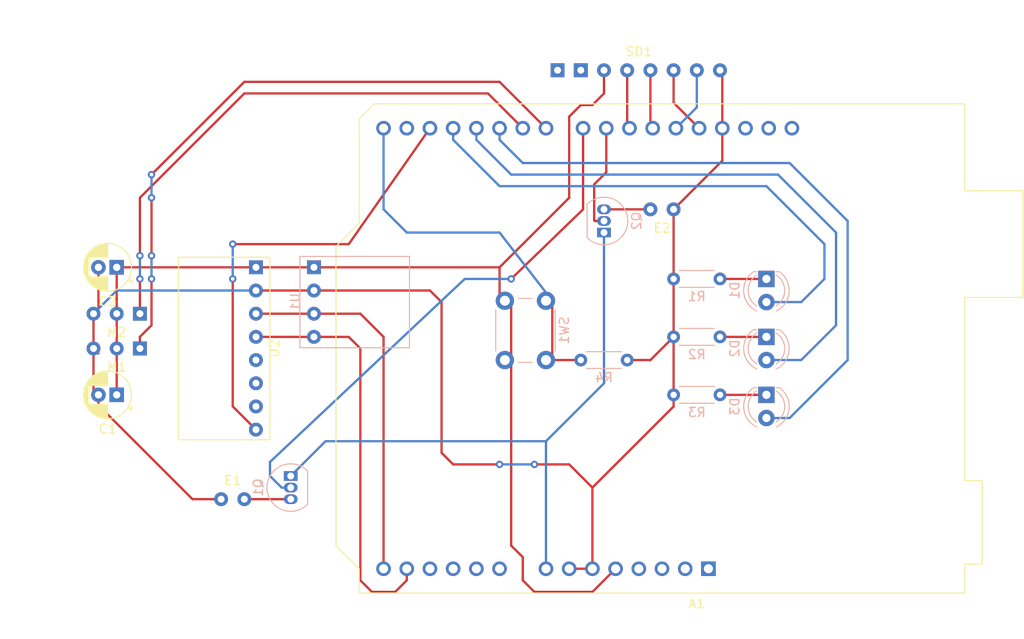
<source format=kicad_pcb>
(kicad_pcb (version 20171130) (host pcbnew "(5.1.8)-1")

  (general
    (thickness 1.6)
    (drawings 12)
    (tracks 157)
    (zones 0)
    (modules 20)
    (nets 24)
  )

  (page A4)
  (layers
    (0 F.Cu signal)
    (31 B.Cu signal)
    (32 B.Adhes user)
    (33 F.Adhes user)
    (34 B.Paste user)
    (35 F.Paste user)
    (36 B.SilkS user)
    (37 F.SilkS user)
    (38 B.Mask user)
    (39 F.Mask user)
    (40 Dwgs.User user)
    (41 Cmts.User user)
    (42 Eco1.User user)
    (43 Eco2.User user)
    (44 Edge.Cuts user)
    (45 Margin user)
    (46 B.CrtYd user)
    (47 F.CrtYd user)
    (48 B.Fab user)
    (49 F.Fab user)
  )

  (setup
    (last_trace_width 0.25)
    (trace_clearance 0.2)
    (zone_clearance 0.508)
    (zone_45_only no)
    (trace_min 0.2)
    (via_size 0.8)
    (via_drill 0.4)
    (via_min_size 0.4)
    (via_min_drill 0.3)
    (uvia_size 0.3)
    (uvia_drill 0.1)
    (uvias_allowed no)
    (uvia_min_size 0.2)
    (uvia_min_drill 0.1)
    (edge_width 0.05)
    (segment_width 0.2)
    (pcb_text_width 0.3)
    (pcb_text_size 1.5 1.5)
    (mod_edge_width 0.12)
    (mod_text_size 1 1)
    (mod_text_width 0.15)
    (pad_size 1.524 1.524)
    (pad_drill 0.762)
    (pad_to_mask_clearance 0)
    (aux_axis_origin 0 0)
    (visible_elements 7FFFFFFF)
    (pcbplotparams
      (layerselection 0x010fc_ffffffff)
      (usegerberextensions false)
      (usegerberattributes true)
      (usegerberadvancedattributes true)
      (creategerberjobfile true)
      (excludeedgelayer true)
      (linewidth 0.100000)
      (plotframeref false)
      (viasonmask false)
      (mode 1)
      (useauxorigin false)
      (hpglpennumber 1)
      (hpglpenspeed 20)
      (hpglpendiameter 15.000000)
      (psnegative false)
      (psa4output false)
      (plotreference true)
      (plotvalue true)
      (plotinvisibletext false)
      (padsonsilk false)
      (subtractmaskfromsilk false)
      (outputformat 1)
      (mirror false)
      (drillshape 1)
      (scaleselection 1)
      (outputdirectory ""))
  )

  (net 0 "")
  (net 1 /INT)
  (net 2 "Net-(A1-Pad18)")
  (net 3 "Net-(A1-Pad19)")
  (net 4 "Net-(A1-Pad20)")
  (net 5 +5V)
  (net 6 /D6)
  (net 7 GND)
  (net 8 /D7)
  (net 9 /D8)
  (net 10 +9V)
  (net 11 /D9)
  (net 12 "Net-(A1-Pad25)")
  (net 13 "Net-(A1-Pad26)")
  (net 14 "Net-(A1-Pad27)")
  (net 15 "Net-(A1-Pad28)")
  (net 16 /SDA_BMP)
  (net 17 /SCL_BMP)
  (net 18 "Net-(A1-Pad15)")
  (net 19 "Net-(D1-Pad1)")
  (net 20 "Net-(D2-Pad1)")
  (net 21 "Net-(D3-Pad1)")
  (net 22 "Net-(E1-Pad2)")
  (net 23 "Net-(E2-Pad2)")

  (net_class Default "This is the default net class."
    (clearance 0.2)
    (trace_width 0.25)
    (via_dia 0.8)
    (via_drill 0.4)
    (uvia_dia 0.3)
    (uvia_drill 0.1)
    (add_net +5V)
    (add_net +9V)
    (add_net /D6)
    (add_net /D7)
    (add_net /D8)
    (add_net /D9)
    (add_net /INT)
    (add_net /SCL_BMP)
    (add_net /SDA_BMP)
    (add_net GND)
    (add_net "Net-(A1-Pad15)")
    (add_net "Net-(A1-Pad18)")
    (add_net "Net-(A1-Pad19)")
    (add_net "Net-(A1-Pad20)")
    (add_net "Net-(A1-Pad25)")
    (add_net "Net-(A1-Pad26)")
    (add_net "Net-(A1-Pad27)")
    (add_net "Net-(A1-Pad28)")
    (add_net "Net-(D1-Pad1)")
    (add_net "Net-(D2-Pad1)")
    (add_net "Net-(D3-Pad1)")
    (add_net "Net-(E1-Pad2)")
    (add_net "Net-(E2-Pad2)")
  )

  (module Package_TO_SOT_THT:TO-92_Inline (layer B.Cu) (tedit 5A1DD157) (tstamp 60A325C4)
    (at 132.08 127 270)
    (descr "TO-92 leads in-line, narrow, oval pads, drill 0.75mm (see NXP sot054_po.pdf)")
    (tags "to-92 sc-43 sc-43a sot54 PA33 transistor")
    (path /60A5DDDB)
    (fp_text reference Q1 (at 1.27 3.56 90) (layer B.SilkS)
      (effects (font (size 1 1) (thickness 0.15)) (justify mirror))
    )
    (fp_text value 2N3904 (at 1.27 -2.79 90) (layer B.Fab)
      (effects (font (size 1 1) (thickness 0.15)) (justify mirror))
    )
    (fp_text user %R (at 1.27 0 180) (layer B.Fab)
      (effects (font (size 1 1) (thickness 0.15)) (justify mirror))
    )
    (fp_arc (start 1.27 0) (end 1.27 2.48) (angle -135) (layer B.Fab) (width 0.1))
    (fp_arc (start 1.27 0) (end 1.27 2.6) (angle 135) (layer B.SilkS) (width 0.12))
    (fp_arc (start 1.27 0) (end 1.27 2.48) (angle 135) (layer B.Fab) (width 0.1))
    (fp_arc (start 1.27 0) (end 1.27 2.6) (angle -135) (layer B.SilkS) (width 0.12))
    (fp_line (start 4 -2.01) (end -1.46 -2.01) (layer B.CrtYd) (width 0.05))
    (fp_line (start 4 -2.01) (end 4 2.73) (layer B.CrtYd) (width 0.05))
    (fp_line (start -1.46 2.73) (end -1.46 -2.01) (layer B.CrtYd) (width 0.05))
    (fp_line (start -1.46 2.73) (end 4 2.73) (layer B.CrtYd) (width 0.05))
    (fp_line (start -0.5 -1.75) (end 3 -1.75) (layer B.Fab) (width 0.1))
    (fp_line (start -0.53 -1.85) (end 3.07 -1.85) (layer B.SilkS) (width 0.12))
    (pad 2 thru_hole oval (at 1.27 0 270) (size 1.05 1.5) (drill 0.75) (layers *.Cu *.Mask)
      (net 9 /D8))
    (pad 3 thru_hole oval (at 2.54 0 270) (size 1.05 1.5) (drill 0.75) (layers *.Cu *.Mask)
      (net 22 "Net-(E1-Pad2)"))
    (pad 1 thru_hole rect (at 0 0 270) (size 1.05 1.5) (drill 0.75) (layers *.Cu *.Mask)
      (net 10 +9V))
    (model ${KISYS3DMOD}/Package_TO_SOT_THT.3dshapes/TO-92_Inline.wrl
      (at (xyz 0 0 0))
      (scale (xyz 1 1 1))
      (rotate (xyz 0 0 0))
    )
  )

  (module Module:Arduino_UNO_R3 (layer F.Cu) (tedit 58AB60FC) (tstamp 60A32459)
    (at 177.8 137.16 180)
    (descr "Arduino UNO R3, http://www.mouser.com/pdfdocs/Gravitech_Arduino_Nano3_0.pdf")
    (tags "Arduino UNO R3")
    (path /606C3E4D)
    (fp_text reference A1 (at 1.27 -3.81 180) (layer F.SilkS)
      (effects (font (size 1 1) (thickness 0.15)))
    )
    (fp_text value Arduino_UNO_R3 (at 0 22.86) (layer F.Fab)
      (effects (font (size 1 1) (thickness 0.15)))
    )
    (fp_text user %R (at 0 20.32 180) (layer F.Fab)
      (effects (font (size 1 1) (thickness 0.15)))
    )
    (fp_line (start 38.35 -2.79) (end 38.35 0) (layer F.CrtYd) (width 0.05))
    (fp_line (start 38.35 0) (end 40.89 2.54) (layer F.CrtYd) (width 0.05))
    (fp_line (start 40.89 2.54) (end 40.89 35.31) (layer F.CrtYd) (width 0.05))
    (fp_line (start 40.89 35.31) (end 38.35 37.85) (layer F.CrtYd) (width 0.05))
    (fp_line (start 38.35 37.85) (end 38.35 49.28) (layer F.CrtYd) (width 0.05))
    (fp_line (start 38.35 49.28) (end 36.58 51.05) (layer F.CrtYd) (width 0.05))
    (fp_line (start 36.58 51.05) (end -28.19 51.05) (layer F.CrtYd) (width 0.05))
    (fp_line (start -28.19 51.05) (end -28.19 41.53) (layer F.CrtYd) (width 0.05))
    (fp_line (start -28.19 41.53) (end -34.54 41.53) (layer F.CrtYd) (width 0.05))
    (fp_line (start -34.54 41.53) (end -34.54 29.59) (layer F.CrtYd) (width 0.05))
    (fp_line (start -34.54 29.59) (end -28.19 29.59) (layer F.CrtYd) (width 0.05))
    (fp_line (start -28.19 29.59) (end -28.19 9.78) (layer F.CrtYd) (width 0.05))
    (fp_line (start -28.19 9.78) (end -30.1 9.78) (layer F.CrtYd) (width 0.05))
    (fp_line (start -30.1 9.78) (end -30.1 0.38) (layer F.CrtYd) (width 0.05))
    (fp_line (start -30.1 0.38) (end -28.19 0.38) (layer F.CrtYd) (width 0.05))
    (fp_line (start -28.19 0.38) (end -28.19 -2.79) (layer F.CrtYd) (width 0.05))
    (fp_line (start -28.19 -2.79) (end 38.35 -2.79) (layer F.CrtYd) (width 0.05))
    (fp_line (start 40.77 35.31) (end 40.77 2.54) (layer F.SilkS) (width 0.12))
    (fp_line (start 40.77 2.54) (end 38.23 0) (layer F.SilkS) (width 0.12))
    (fp_line (start 38.23 0) (end 38.23 -2.67) (layer F.SilkS) (width 0.12))
    (fp_line (start 38.23 -2.67) (end -28.07 -2.67) (layer F.SilkS) (width 0.12))
    (fp_line (start -28.07 -2.67) (end -28.07 0.51) (layer F.SilkS) (width 0.12))
    (fp_line (start -28.07 0.51) (end -29.97 0.51) (layer F.SilkS) (width 0.12))
    (fp_line (start -29.97 0.51) (end -29.97 9.65) (layer F.SilkS) (width 0.12))
    (fp_line (start -29.97 9.65) (end -28.07 9.65) (layer F.SilkS) (width 0.12))
    (fp_line (start -28.07 9.65) (end -28.07 29.72) (layer F.SilkS) (width 0.12))
    (fp_line (start -28.07 29.72) (end -34.42 29.72) (layer F.SilkS) (width 0.12))
    (fp_line (start -34.42 29.72) (end -34.42 41.4) (layer F.SilkS) (width 0.12))
    (fp_line (start -34.42 41.4) (end -28.07 41.4) (layer F.SilkS) (width 0.12))
    (fp_line (start -28.07 41.4) (end -28.07 50.93) (layer F.SilkS) (width 0.12))
    (fp_line (start -28.07 50.93) (end 36.58 50.93) (layer F.SilkS) (width 0.12))
    (fp_line (start 36.58 50.93) (end 38.23 49.28) (layer F.SilkS) (width 0.12))
    (fp_line (start 38.23 49.28) (end 38.23 37.85) (layer F.SilkS) (width 0.12))
    (fp_line (start 38.23 37.85) (end 40.77 35.31) (layer F.SilkS) (width 0.12))
    (fp_line (start -34.29 29.84) (end -18.41 29.84) (layer F.Fab) (width 0.1))
    (fp_line (start -18.41 29.84) (end -18.41 41.27) (layer F.Fab) (width 0.1))
    (fp_line (start -18.41 41.27) (end -34.29 41.27) (layer F.Fab) (width 0.1))
    (fp_line (start -34.29 41.27) (end -34.29 29.84) (layer F.Fab) (width 0.1))
    (fp_line (start -29.84 0.64) (end -16.51 0.64) (layer F.Fab) (width 0.1))
    (fp_line (start -16.51 0.64) (end -16.51 9.53) (layer F.Fab) (width 0.1))
    (fp_line (start -16.51 9.53) (end -29.84 9.53) (layer F.Fab) (width 0.1))
    (fp_line (start -29.84 9.53) (end -29.84 0.64) (layer F.Fab) (width 0.1))
    (fp_line (start 38.1 37.85) (end 38.1 49.28) (layer F.Fab) (width 0.1))
    (fp_line (start 40.64 2.54) (end 40.64 35.31) (layer F.Fab) (width 0.1))
    (fp_line (start 40.64 35.31) (end 38.1 37.85) (layer F.Fab) (width 0.1))
    (fp_line (start 38.1 -2.54) (end 38.1 0) (layer F.Fab) (width 0.1))
    (fp_line (start 38.1 0) (end 40.64 2.54) (layer F.Fab) (width 0.1))
    (fp_line (start 38.1 49.28) (end 36.58 50.8) (layer F.Fab) (width 0.1))
    (fp_line (start 36.58 50.8) (end -27.94 50.8) (layer F.Fab) (width 0.1))
    (fp_line (start -27.94 50.8) (end -27.94 -2.54) (layer F.Fab) (width 0.1))
    (fp_line (start -27.94 -2.54) (end 38.1 -2.54) (layer F.Fab) (width 0.1))
    (pad 16 thru_hole oval (at 33.02 48.26 270) (size 1.6 1.6) (drill 1) (layers *.Cu *.Mask))
    (pad 15 thru_hole oval (at 35.56 48.26 270) (size 1.6 1.6) (drill 1) (layers *.Cu *.Mask)
      (net 18 "Net-(A1-Pad15)"))
    (pad 30 thru_hole oval (at -4.06 48.26 270) (size 1.6 1.6) (drill 1) (layers *.Cu *.Mask))
    (pad 14 thru_hole oval (at 35.56 0 270) (size 1.6 1.6) (drill 1) (layers *.Cu *.Mask)
      (net 17 /SCL_BMP))
    (pad 29 thru_hole oval (at -1.52 48.26 270) (size 1.6 1.6) (drill 1) (layers *.Cu *.Mask)
      (net 7 GND))
    (pad 13 thru_hole oval (at 33.02 0 270) (size 1.6 1.6) (drill 1) (layers *.Cu *.Mask)
      (net 16 /SDA_BMP))
    (pad 28 thru_hole oval (at 1.02 48.26 270) (size 1.6 1.6) (drill 1) (layers *.Cu *.Mask)
      (net 15 "Net-(A1-Pad28)"))
    (pad 12 thru_hole oval (at 30.48 0 270) (size 1.6 1.6) (drill 1) (layers *.Cu *.Mask))
    (pad 27 thru_hole oval (at 3.56 48.26 270) (size 1.6 1.6) (drill 1) (layers *.Cu *.Mask)
      (net 14 "Net-(A1-Pad27)"))
    (pad 11 thru_hole oval (at 27.94 0 270) (size 1.6 1.6) (drill 1) (layers *.Cu *.Mask))
    (pad 26 thru_hole oval (at 6.1 48.26 270) (size 1.6 1.6) (drill 1) (layers *.Cu *.Mask)
      (net 13 "Net-(A1-Pad26)"))
    (pad 10 thru_hole oval (at 25.4 0 270) (size 1.6 1.6) (drill 1) (layers *.Cu *.Mask))
    (pad 25 thru_hole oval (at 8.64 48.26 270) (size 1.6 1.6) (drill 1) (layers *.Cu *.Mask)
      (net 12 "Net-(A1-Pad25)"))
    (pad 9 thru_hole oval (at 22.86 0 270) (size 1.6 1.6) (drill 1) (layers *.Cu *.Mask))
    (pad 24 thru_hole oval (at 11.18 48.26 270) (size 1.6 1.6) (drill 1) (layers *.Cu *.Mask)
      (net 11 /D9))
    (pad 8 thru_hole oval (at 17.78 0 270) (size 1.6 1.6) (drill 1) (layers *.Cu *.Mask)
      (net 10 +9V))
    (pad 23 thru_hole oval (at 13.72 48.26 270) (size 1.6 1.6) (drill 1) (layers *.Cu *.Mask)
      (net 9 /D8))
    (pad 7 thru_hole oval (at 15.24 0 270) (size 1.6 1.6) (drill 1) (layers *.Cu *.Mask)
      (net 7 GND))
    (pad 22 thru_hole oval (at 17.78 48.26 270) (size 1.6 1.6) (drill 1) (layers *.Cu *.Mask)
      (net 8 /D7))
    (pad 6 thru_hole oval (at 12.7 0 270) (size 1.6 1.6) (drill 1) (layers *.Cu *.Mask)
      (net 7 GND))
    (pad 21 thru_hole oval (at 20.32 48.26 270) (size 1.6 1.6) (drill 1) (layers *.Cu *.Mask)
      (net 6 /D6))
    (pad 5 thru_hole oval (at 10.16 0 270) (size 1.6 1.6) (drill 1) (layers *.Cu *.Mask)
      (net 5 +5V))
    (pad 20 thru_hole oval (at 22.86 48.26 270) (size 1.6 1.6) (drill 1) (layers *.Cu *.Mask)
      (net 4 "Net-(A1-Pad20)"))
    (pad 4 thru_hole oval (at 7.62 0 270) (size 1.6 1.6) (drill 1) (layers *.Cu *.Mask))
    (pad 19 thru_hole oval (at 25.4 48.26 270) (size 1.6 1.6) (drill 1) (layers *.Cu *.Mask)
      (net 3 "Net-(A1-Pad19)"))
    (pad 3 thru_hole oval (at 5.08 0 270) (size 1.6 1.6) (drill 1) (layers *.Cu *.Mask))
    (pad 18 thru_hole oval (at 27.94 48.26 270) (size 1.6 1.6) (drill 1) (layers *.Cu *.Mask)
      (net 2 "Net-(A1-Pad18)"))
    (pad 2 thru_hole oval (at 2.54 0 270) (size 1.6 1.6) (drill 1) (layers *.Cu *.Mask))
    (pad 17 thru_hole oval (at 30.48 48.26 270) (size 1.6 1.6) (drill 1) (layers *.Cu *.Mask)
      (net 1 /INT))
    (pad 1 thru_hole rect (at 0 0 270) (size 1.6 1.6) (drill 1) (layers *.Cu *.Mask))
    (pad 31 thru_hole oval (at -6.6 48.26 270) (size 1.6 1.6) (drill 1) (layers *.Cu *.Mask))
    (pad 32 thru_hole oval (at -9.14 48.26 270) (size 1.6 1.6) (drill 1) (layers *.Cu *.Mask))
    (model ${KISYS3DMOD}/Module.3dshapes/Arduino_UNO_R3.wrl
      (at (xyz 0 0 0))
      (scale (xyz 1 1 1))
      (rotate (xyz 0 0 0))
    )
  )

  (module Alfa-Controler:MPU6050 (layer F.Cu) (tedit 60A2E29D) (tstamp 60A32669)
    (at 130.81 113.03 270)
    (path /60720649)
    (fp_text reference U2 (at 0 0.5 90) (layer F.SilkS)
      (effects (font (size 1 1) (thickness 0.15)))
    )
    (fp_text value MPU-6050BB (at 0 -0.5 90) (layer F.Fab)
      (effects (font (size 1 1) (thickness 0.15)))
    )
    (fp_line (start -10 1) (end -10 11) (layer F.SilkS) (width 0.12))
    (fp_line (start -10 11) (end 10 11) (layer F.SilkS) (width 0.12))
    (fp_line (start 10 11) (end 10 1) (layer F.SilkS) (width 0.12))
    (fp_line (start 10 1) (end -10 1) (layer F.SilkS) (width 0.12))
    (pad 8 thru_hole circle (at 8.89 2.54 270) (size 1.524 1.524) (drill 0.762) (layers *.Cu *.Mask)
      (net 1 /INT))
    (pad 7 thru_hole circle (at 6.35 2.54 270) (size 1.524 1.524) (drill 0.762) (layers *.Cu *.Mask))
    (pad 6 thru_hole circle (at 3.81 2.54 270) (size 1.524 1.524) (drill 0.762) (layers *.Cu *.Mask))
    (pad 5 thru_hole circle (at 1.27 2.54 270) (size 1.524 1.524) (drill 0.762) (layers *.Cu *.Mask))
    (pad 4 thru_hole circle (at -1.27 2.54 270) (size 1.524 1.524) (drill 0.762) (layers *.Cu *.Mask)
      (net 16 /SDA_BMP))
    (pad 3 thru_hole circle (at -3.81 2.54 270) (size 1.524 1.524) (drill 0.762) (layers *.Cu *.Mask)
      (net 17 /SCL_BMP))
    (pad 2 thru_hole circle (at -6.35 2.54 270) (size 1.524 1.524) (drill 0.762) (layers *.Cu *.Mask)
      (net 7 GND))
    (pad 1 thru_hole rect (at -8.89 2.54 270) (size 1.524 1.524) (drill 0.762) (layers *.Cu *.Mask)
      (net 5 +5V))
  )

  (module Capacitor_THT:CP_Radial_D5.0mm_P2.00mm (layer F.Cu) (tedit 5AE50EF0) (tstamp 60A324DC)
    (at 113.03 118.11 180)
    (descr "CP, Radial series, Radial, pin pitch=2.00mm, , diameter=5mm, Electrolytic Capacitor")
    (tags "CP Radial series Radial pin pitch 2.00mm  diameter 5mm Electrolytic Capacitor")
    (path /606CEC54)
    (fp_text reference C1 (at 1 -3.75) (layer F.SilkS)
      (effects (font (size 1 1) (thickness 0.15)))
    )
    (fp_text value 100uF (at 1 3.75) (layer F.Fab)
      (effects (font (size 1 1) (thickness 0.15)))
    )
    (fp_text user %R (at 1 0) (layer F.Fab)
      (effects (font (size 1 1) (thickness 0.15)))
    )
    (fp_circle (center 1 0) (end 3.5 0) (layer F.Fab) (width 0.1))
    (fp_circle (center 1 0) (end 3.62 0) (layer F.SilkS) (width 0.12))
    (fp_circle (center 1 0) (end 3.75 0) (layer F.CrtYd) (width 0.05))
    (fp_line (start -1.133605 -1.0875) (end -0.633605 -1.0875) (layer F.Fab) (width 0.1))
    (fp_line (start -0.883605 -1.3375) (end -0.883605 -0.8375) (layer F.Fab) (width 0.1))
    (fp_line (start 1 1.04) (end 1 2.58) (layer F.SilkS) (width 0.12))
    (fp_line (start 1 -2.58) (end 1 -1.04) (layer F.SilkS) (width 0.12))
    (fp_line (start 1.04 1.04) (end 1.04 2.58) (layer F.SilkS) (width 0.12))
    (fp_line (start 1.04 -2.58) (end 1.04 -1.04) (layer F.SilkS) (width 0.12))
    (fp_line (start 1.08 -2.579) (end 1.08 -1.04) (layer F.SilkS) (width 0.12))
    (fp_line (start 1.08 1.04) (end 1.08 2.579) (layer F.SilkS) (width 0.12))
    (fp_line (start 1.12 -2.578) (end 1.12 -1.04) (layer F.SilkS) (width 0.12))
    (fp_line (start 1.12 1.04) (end 1.12 2.578) (layer F.SilkS) (width 0.12))
    (fp_line (start 1.16 -2.576) (end 1.16 -1.04) (layer F.SilkS) (width 0.12))
    (fp_line (start 1.16 1.04) (end 1.16 2.576) (layer F.SilkS) (width 0.12))
    (fp_line (start 1.2 -2.573) (end 1.2 -1.04) (layer F.SilkS) (width 0.12))
    (fp_line (start 1.2 1.04) (end 1.2 2.573) (layer F.SilkS) (width 0.12))
    (fp_line (start 1.24 -2.569) (end 1.24 -1.04) (layer F.SilkS) (width 0.12))
    (fp_line (start 1.24 1.04) (end 1.24 2.569) (layer F.SilkS) (width 0.12))
    (fp_line (start 1.28 -2.565) (end 1.28 -1.04) (layer F.SilkS) (width 0.12))
    (fp_line (start 1.28 1.04) (end 1.28 2.565) (layer F.SilkS) (width 0.12))
    (fp_line (start 1.32 -2.561) (end 1.32 -1.04) (layer F.SilkS) (width 0.12))
    (fp_line (start 1.32 1.04) (end 1.32 2.561) (layer F.SilkS) (width 0.12))
    (fp_line (start 1.36 -2.556) (end 1.36 -1.04) (layer F.SilkS) (width 0.12))
    (fp_line (start 1.36 1.04) (end 1.36 2.556) (layer F.SilkS) (width 0.12))
    (fp_line (start 1.4 -2.55) (end 1.4 -1.04) (layer F.SilkS) (width 0.12))
    (fp_line (start 1.4 1.04) (end 1.4 2.55) (layer F.SilkS) (width 0.12))
    (fp_line (start 1.44 -2.543) (end 1.44 -1.04) (layer F.SilkS) (width 0.12))
    (fp_line (start 1.44 1.04) (end 1.44 2.543) (layer F.SilkS) (width 0.12))
    (fp_line (start 1.48 -2.536) (end 1.48 -1.04) (layer F.SilkS) (width 0.12))
    (fp_line (start 1.48 1.04) (end 1.48 2.536) (layer F.SilkS) (width 0.12))
    (fp_line (start 1.52 -2.528) (end 1.52 -1.04) (layer F.SilkS) (width 0.12))
    (fp_line (start 1.52 1.04) (end 1.52 2.528) (layer F.SilkS) (width 0.12))
    (fp_line (start 1.56 -2.52) (end 1.56 -1.04) (layer F.SilkS) (width 0.12))
    (fp_line (start 1.56 1.04) (end 1.56 2.52) (layer F.SilkS) (width 0.12))
    (fp_line (start 1.6 -2.511) (end 1.6 -1.04) (layer F.SilkS) (width 0.12))
    (fp_line (start 1.6 1.04) (end 1.6 2.511) (layer F.SilkS) (width 0.12))
    (fp_line (start 1.64 -2.501) (end 1.64 -1.04) (layer F.SilkS) (width 0.12))
    (fp_line (start 1.64 1.04) (end 1.64 2.501) (layer F.SilkS) (width 0.12))
    (fp_line (start 1.68 -2.491) (end 1.68 -1.04) (layer F.SilkS) (width 0.12))
    (fp_line (start 1.68 1.04) (end 1.68 2.491) (layer F.SilkS) (width 0.12))
    (fp_line (start 1.721 -2.48) (end 1.721 -1.04) (layer F.SilkS) (width 0.12))
    (fp_line (start 1.721 1.04) (end 1.721 2.48) (layer F.SilkS) (width 0.12))
    (fp_line (start 1.761 -2.468) (end 1.761 -1.04) (layer F.SilkS) (width 0.12))
    (fp_line (start 1.761 1.04) (end 1.761 2.468) (layer F.SilkS) (width 0.12))
    (fp_line (start 1.801 -2.455) (end 1.801 -1.04) (layer F.SilkS) (width 0.12))
    (fp_line (start 1.801 1.04) (end 1.801 2.455) (layer F.SilkS) (width 0.12))
    (fp_line (start 1.841 -2.442) (end 1.841 -1.04) (layer F.SilkS) (width 0.12))
    (fp_line (start 1.841 1.04) (end 1.841 2.442) (layer F.SilkS) (width 0.12))
    (fp_line (start 1.881 -2.428) (end 1.881 -1.04) (layer F.SilkS) (width 0.12))
    (fp_line (start 1.881 1.04) (end 1.881 2.428) (layer F.SilkS) (width 0.12))
    (fp_line (start 1.921 -2.414) (end 1.921 -1.04) (layer F.SilkS) (width 0.12))
    (fp_line (start 1.921 1.04) (end 1.921 2.414) (layer F.SilkS) (width 0.12))
    (fp_line (start 1.961 -2.398) (end 1.961 -1.04) (layer F.SilkS) (width 0.12))
    (fp_line (start 1.961 1.04) (end 1.961 2.398) (layer F.SilkS) (width 0.12))
    (fp_line (start 2.001 -2.382) (end 2.001 -1.04) (layer F.SilkS) (width 0.12))
    (fp_line (start 2.001 1.04) (end 2.001 2.382) (layer F.SilkS) (width 0.12))
    (fp_line (start 2.041 -2.365) (end 2.041 -1.04) (layer F.SilkS) (width 0.12))
    (fp_line (start 2.041 1.04) (end 2.041 2.365) (layer F.SilkS) (width 0.12))
    (fp_line (start 2.081 -2.348) (end 2.081 -1.04) (layer F.SilkS) (width 0.12))
    (fp_line (start 2.081 1.04) (end 2.081 2.348) (layer F.SilkS) (width 0.12))
    (fp_line (start 2.121 -2.329) (end 2.121 -1.04) (layer F.SilkS) (width 0.12))
    (fp_line (start 2.121 1.04) (end 2.121 2.329) (layer F.SilkS) (width 0.12))
    (fp_line (start 2.161 -2.31) (end 2.161 -1.04) (layer F.SilkS) (width 0.12))
    (fp_line (start 2.161 1.04) (end 2.161 2.31) (layer F.SilkS) (width 0.12))
    (fp_line (start 2.201 -2.29) (end 2.201 -1.04) (layer F.SilkS) (width 0.12))
    (fp_line (start 2.201 1.04) (end 2.201 2.29) (layer F.SilkS) (width 0.12))
    (fp_line (start 2.241 -2.268) (end 2.241 -1.04) (layer F.SilkS) (width 0.12))
    (fp_line (start 2.241 1.04) (end 2.241 2.268) (layer F.SilkS) (width 0.12))
    (fp_line (start 2.281 -2.247) (end 2.281 -1.04) (layer F.SilkS) (width 0.12))
    (fp_line (start 2.281 1.04) (end 2.281 2.247) (layer F.SilkS) (width 0.12))
    (fp_line (start 2.321 -2.224) (end 2.321 -1.04) (layer F.SilkS) (width 0.12))
    (fp_line (start 2.321 1.04) (end 2.321 2.224) (layer F.SilkS) (width 0.12))
    (fp_line (start 2.361 -2.2) (end 2.361 -1.04) (layer F.SilkS) (width 0.12))
    (fp_line (start 2.361 1.04) (end 2.361 2.2) (layer F.SilkS) (width 0.12))
    (fp_line (start 2.401 -2.175) (end 2.401 -1.04) (layer F.SilkS) (width 0.12))
    (fp_line (start 2.401 1.04) (end 2.401 2.175) (layer F.SilkS) (width 0.12))
    (fp_line (start 2.441 -2.149) (end 2.441 -1.04) (layer F.SilkS) (width 0.12))
    (fp_line (start 2.441 1.04) (end 2.441 2.149) (layer F.SilkS) (width 0.12))
    (fp_line (start 2.481 -2.122) (end 2.481 -1.04) (layer F.SilkS) (width 0.12))
    (fp_line (start 2.481 1.04) (end 2.481 2.122) (layer F.SilkS) (width 0.12))
    (fp_line (start 2.521 -2.095) (end 2.521 -1.04) (layer F.SilkS) (width 0.12))
    (fp_line (start 2.521 1.04) (end 2.521 2.095) (layer F.SilkS) (width 0.12))
    (fp_line (start 2.561 -2.065) (end 2.561 -1.04) (layer F.SilkS) (width 0.12))
    (fp_line (start 2.561 1.04) (end 2.561 2.065) (layer F.SilkS) (width 0.12))
    (fp_line (start 2.601 -2.035) (end 2.601 -1.04) (layer F.SilkS) (width 0.12))
    (fp_line (start 2.601 1.04) (end 2.601 2.035) (layer F.SilkS) (width 0.12))
    (fp_line (start 2.641 -2.004) (end 2.641 -1.04) (layer F.SilkS) (width 0.12))
    (fp_line (start 2.641 1.04) (end 2.641 2.004) (layer F.SilkS) (width 0.12))
    (fp_line (start 2.681 -1.971) (end 2.681 -1.04) (layer F.SilkS) (width 0.12))
    (fp_line (start 2.681 1.04) (end 2.681 1.971) (layer F.SilkS) (width 0.12))
    (fp_line (start 2.721 -1.937) (end 2.721 -1.04) (layer F.SilkS) (width 0.12))
    (fp_line (start 2.721 1.04) (end 2.721 1.937) (layer F.SilkS) (width 0.12))
    (fp_line (start 2.761 -1.901) (end 2.761 -1.04) (layer F.SilkS) (width 0.12))
    (fp_line (start 2.761 1.04) (end 2.761 1.901) (layer F.SilkS) (width 0.12))
    (fp_line (start 2.801 -1.864) (end 2.801 -1.04) (layer F.SilkS) (width 0.12))
    (fp_line (start 2.801 1.04) (end 2.801 1.864) (layer F.SilkS) (width 0.12))
    (fp_line (start 2.841 -1.826) (end 2.841 -1.04) (layer F.SilkS) (width 0.12))
    (fp_line (start 2.841 1.04) (end 2.841 1.826) (layer F.SilkS) (width 0.12))
    (fp_line (start 2.881 -1.785) (end 2.881 -1.04) (layer F.SilkS) (width 0.12))
    (fp_line (start 2.881 1.04) (end 2.881 1.785) (layer F.SilkS) (width 0.12))
    (fp_line (start 2.921 -1.743) (end 2.921 -1.04) (layer F.SilkS) (width 0.12))
    (fp_line (start 2.921 1.04) (end 2.921 1.743) (layer F.SilkS) (width 0.12))
    (fp_line (start 2.961 -1.699) (end 2.961 -1.04) (layer F.SilkS) (width 0.12))
    (fp_line (start 2.961 1.04) (end 2.961 1.699) (layer F.SilkS) (width 0.12))
    (fp_line (start 3.001 -1.653) (end 3.001 -1.04) (layer F.SilkS) (width 0.12))
    (fp_line (start 3.001 1.04) (end 3.001 1.653) (layer F.SilkS) (width 0.12))
    (fp_line (start 3.041 -1.605) (end 3.041 1.605) (layer F.SilkS) (width 0.12))
    (fp_line (start 3.081 -1.554) (end 3.081 1.554) (layer F.SilkS) (width 0.12))
    (fp_line (start 3.121 -1.5) (end 3.121 1.5) (layer F.SilkS) (width 0.12))
    (fp_line (start 3.161 -1.443) (end 3.161 1.443) (layer F.SilkS) (width 0.12))
    (fp_line (start 3.201 -1.383) (end 3.201 1.383) (layer F.SilkS) (width 0.12))
    (fp_line (start 3.241 -1.319) (end 3.241 1.319) (layer F.SilkS) (width 0.12))
    (fp_line (start 3.281 -1.251) (end 3.281 1.251) (layer F.SilkS) (width 0.12))
    (fp_line (start 3.321 -1.178) (end 3.321 1.178) (layer F.SilkS) (width 0.12))
    (fp_line (start 3.361 -1.098) (end 3.361 1.098) (layer F.SilkS) (width 0.12))
    (fp_line (start 3.401 -1.011) (end 3.401 1.011) (layer F.SilkS) (width 0.12))
    (fp_line (start 3.441 -0.915) (end 3.441 0.915) (layer F.SilkS) (width 0.12))
    (fp_line (start 3.481 -0.805) (end 3.481 0.805) (layer F.SilkS) (width 0.12))
    (fp_line (start 3.521 -0.677) (end 3.521 0.677) (layer F.SilkS) (width 0.12))
    (fp_line (start 3.561 -0.518) (end 3.561 0.518) (layer F.SilkS) (width 0.12))
    (fp_line (start 3.601 -0.284) (end 3.601 0.284) (layer F.SilkS) (width 0.12))
    (fp_line (start -1.804775 -1.475) (end -1.304775 -1.475) (layer F.SilkS) (width 0.12))
    (fp_line (start -1.554775 -1.725) (end -1.554775 -1.225) (layer F.SilkS) (width 0.12))
    (pad 2 thru_hole circle (at 2 0 180) (size 1.6 1.6) (drill 0.8) (layers *.Cu *.Mask)
      (net 7 GND))
    (pad 1 thru_hole rect (at 0 0 180) (size 1.6 1.6) (drill 0.8) (layers *.Cu *.Mask)
      (net 5 +5V))
    (model ${KISYS3DMOD}/Capacitor_THT.3dshapes/CP_Radial_D5.0mm_P2.00mm.wrl
      (at (xyz 0 0 0))
      (scale (xyz 1 1 1))
      (rotate (xyz 0 0 0))
    )
  )

  (module Capacitor_THT:CP_Radial_D5.0mm_P2.00mm (layer F.Cu) (tedit 5AE50EF0) (tstamp 60A3255F)
    (at 113.03 104.14 180)
    (descr "CP, Radial series, Radial, pin pitch=2.00mm, , diameter=5mm, Electrolytic Capacitor")
    (tags "CP Radial series Radial pin pitch 2.00mm  diameter 5mm Electrolytic Capacitor")
    (path /606CF577)
    (fp_text reference C2 (at 1 -3.75) (layer F.SilkS)
      (effects (font (size 1 1) (thickness 0.15)))
    )
    (fp_text value 100uF (at 1 3.75) (layer F.Fab)
      (effects (font (size 1 1) (thickness 0.15)))
    )
    (fp_text user %R (at 1 0 90) (layer F.Fab)
      (effects (font (size 1 1) (thickness 0.15)))
    )
    (fp_line (start -1.554775 -1.725) (end -1.554775 -1.225) (layer F.SilkS) (width 0.12))
    (fp_line (start -1.804775 -1.475) (end -1.304775 -1.475) (layer F.SilkS) (width 0.12))
    (fp_line (start 3.601 -0.284) (end 3.601 0.284) (layer F.SilkS) (width 0.12))
    (fp_line (start 3.561 -0.518) (end 3.561 0.518) (layer F.SilkS) (width 0.12))
    (fp_line (start 3.521 -0.677) (end 3.521 0.677) (layer F.SilkS) (width 0.12))
    (fp_line (start 3.481 -0.805) (end 3.481 0.805) (layer F.SilkS) (width 0.12))
    (fp_line (start 3.441 -0.915) (end 3.441 0.915) (layer F.SilkS) (width 0.12))
    (fp_line (start 3.401 -1.011) (end 3.401 1.011) (layer F.SilkS) (width 0.12))
    (fp_line (start 3.361 -1.098) (end 3.361 1.098) (layer F.SilkS) (width 0.12))
    (fp_line (start 3.321 -1.178) (end 3.321 1.178) (layer F.SilkS) (width 0.12))
    (fp_line (start 3.281 -1.251) (end 3.281 1.251) (layer F.SilkS) (width 0.12))
    (fp_line (start 3.241 -1.319) (end 3.241 1.319) (layer F.SilkS) (width 0.12))
    (fp_line (start 3.201 -1.383) (end 3.201 1.383) (layer F.SilkS) (width 0.12))
    (fp_line (start 3.161 -1.443) (end 3.161 1.443) (layer F.SilkS) (width 0.12))
    (fp_line (start 3.121 -1.5) (end 3.121 1.5) (layer F.SilkS) (width 0.12))
    (fp_line (start 3.081 -1.554) (end 3.081 1.554) (layer F.SilkS) (width 0.12))
    (fp_line (start 3.041 -1.605) (end 3.041 1.605) (layer F.SilkS) (width 0.12))
    (fp_line (start 3.001 1.04) (end 3.001 1.653) (layer F.SilkS) (width 0.12))
    (fp_line (start 3.001 -1.653) (end 3.001 -1.04) (layer F.SilkS) (width 0.12))
    (fp_line (start 2.961 1.04) (end 2.961 1.699) (layer F.SilkS) (width 0.12))
    (fp_line (start 2.961 -1.699) (end 2.961 -1.04) (layer F.SilkS) (width 0.12))
    (fp_line (start 2.921 1.04) (end 2.921 1.743) (layer F.SilkS) (width 0.12))
    (fp_line (start 2.921 -1.743) (end 2.921 -1.04) (layer F.SilkS) (width 0.12))
    (fp_line (start 2.881 1.04) (end 2.881 1.785) (layer F.SilkS) (width 0.12))
    (fp_line (start 2.881 -1.785) (end 2.881 -1.04) (layer F.SilkS) (width 0.12))
    (fp_line (start 2.841 1.04) (end 2.841 1.826) (layer F.SilkS) (width 0.12))
    (fp_line (start 2.841 -1.826) (end 2.841 -1.04) (layer F.SilkS) (width 0.12))
    (fp_line (start 2.801 1.04) (end 2.801 1.864) (layer F.SilkS) (width 0.12))
    (fp_line (start 2.801 -1.864) (end 2.801 -1.04) (layer F.SilkS) (width 0.12))
    (fp_line (start 2.761 1.04) (end 2.761 1.901) (layer F.SilkS) (width 0.12))
    (fp_line (start 2.761 -1.901) (end 2.761 -1.04) (layer F.SilkS) (width 0.12))
    (fp_line (start 2.721 1.04) (end 2.721 1.937) (layer F.SilkS) (width 0.12))
    (fp_line (start 2.721 -1.937) (end 2.721 -1.04) (layer F.SilkS) (width 0.12))
    (fp_line (start 2.681 1.04) (end 2.681 1.971) (layer F.SilkS) (width 0.12))
    (fp_line (start 2.681 -1.971) (end 2.681 -1.04) (layer F.SilkS) (width 0.12))
    (fp_line (start 2.641 1.04) (end 2.641 2.004) (layer F.SilkS) (width 0.12))
    (fp_line (start 2.641 -2.004) (end 2.641 -1.04) (layer F.SilkS) (width 0.12))
    (fp_line (start 2.601 1.04) (end 2.601 2.035) (layer F.SilkS) (width 0.12))
    (fp_line (start 2.601 -2.035) (end 2.601 -1.04) (layer F.SilkS) (width 0.12))
    (fp_line (start 2.561 1.04) (end 2.561 2.065) (layer F.SilkS) (width 0.12))
    (fp_line (start 2.561 -2.065) (end 2.561 -1.04) (layer F.SilkS) (width 0.12))
    (fp_line (start 2.521 1.04) (end 2.521 2.095) (layer F.SilkS) (width 0.12))
    (fp_line (start 2.521 -2.095) (end 2.521 -1.04) (layer F.SilkS) (width 0.12))
    (fp_line (start 2.481 1.04) (end 2.481 2.122) (layer F.SilkS) (width 0.12))
    (fp_line (start 2.481 -2.122) (end 2.481 -1.04) (layer F.SilkS) (width 0.12))
    (fp_line (start 2.441 1.04) (end 2.441 2.149) (layer F.SilkS) (width 0.12))
    (fp_line (start 2.441 -2.149) (end 2.441 -1.04) (layer F.SilkS) (width 0.12))
    (fp_line (start 2.401 1.04) (end 2.401 2.175) (layer F.SilkS) (width 0.12))
    (fp_line (start 2.401 -2.175) (end 2.401 -1.04) (layer F.SilkS) (width 0.12))
    (fp_line (start 2.361 1.04) (end 2.361 2.2) (layer F.SilkS) (width 0.12))
    (fp_line (start 2.361 -2.2) (end 2.361 -1.04) (layer F.SilkS) (width 0.12))
    (fp_line (start 2.321 1.04) (end 2.321 2.224) (layer F.SilkS) (width 0.12))
    (fp_line (start 2.321 -2.224) (end 2.321 -1.04) (layer F.SilkS) (width 0.12))
    (fp_line (start 2.281 1.04) (end 2.281 2.247) (layer F.SilkS) (width 0.12))
    (fp_line (start 2.281 -2.247) (end 2.281 -1.04) (layer F.SilkS) (width 0.12))
    (fp_line (start 2.241 1.04) (end 2.241 2.268) (layer F.SilkS) (width 0.12))
    (fp_line (start 2.241 -2.268) (end 2.241 -1.04) (layer F.SilkS) (width 0.12))
    (fp_line (start 2.201 1.04) (end 2.201 2.29) (layer F.SilkS) (width 0.12))
    (fp_line (start 2.201 -2.29) (end 2.201 -1.04) (layer F.SilkS) (width 0.12))
    (fp_line (start 2.161 1.04) (end 2.161 2.31) (layer F.SilkS) (width 0.12))
    (fp_line (start 2.161 -2.31) (end 2.161 -1.04) (layer F.SilkS) (width 0.12))
    (fp_line (start 2.121 1.04) (end 2.121 2.329) (layer F.SilkS) (width 0.12))
    (fp_line (start 2.121 -2.329) (end 2.121 -1.04) (layer F.SilkS) (width 0.12))
    (fp_line (start 2.081 1.04) (end 2.081 2.348) (layer F.SilkS) (width 0.12))
    (fp_line (start 2.081 -2.348) (end 2.081 -1.04) (layer F.SilkS) (width 0.12))
    (fp_line (start 2.041 1.04) (end 2.041 2.365) (layer F.SilkS) (width 0.12))
    (fp_line (start 2.041 -2.365) (end 2.041 -1.04) (layer F.SilkS) (width 0.12))
    (fp_line (start 2.001 1.04) (end 2.001 2.382) (layer F.SilkS) (width 0.12))
    (fp_line (start 2.001 -2.382) (end 2.001 -1.04) (layer F.SilkS) (width 0.12))
    (fp_line (start 1.961 1.04) (end 1.961 2.398) (layer F.SilkS) (width 0.12))
    (fp_line (start 1.961 -2.398) (end 1.961 -1.04) (layer F.SilkS) (width 0.12))
    (fp_line (start 1.921 1.04) (end 1.921 2.414) (layer F.SilkS) (width 0.12))
    (fp_line (start 1.921 -2.414) (end 1.921 -1.04) (layer F.SilkS) (width 0.12))
    (fp_line (start 1.881 1.04) (end 1.881 2.428) (layer F.SilkS) (width 0.12))
    (fp_line (start 1.881 -2.428) (end 1.881 -1.04) (layer F.SilkS) (width 0.12))
    (fp_line (start 1.841 1.04) (end 1.841 2.442) (layer F.SilkS) (width 0.12))
    (fp_line (start 1.841 -2.442) (end 1.841 -1.04) (layer F.SilkS) (width 0.12))
    (fp_line (start 1.801 1.04) (end 1.801 2.455) (layer F.SilkS) (width 0.12))
    (fp_line (start 1.801 -2.455) (end 1.801 -1.04) (layer F.SilkS) (width 0.12))
    (fp_line (start 1.761 1.04) (end 1.761 2.468) (layer F.SilkS) (width 0.12))
    (fp_line (start 1.761 -2.468) (end 1.761 -1.04) (layer F.SilkS) (width 0.12))
    (fp_line (start 1.721 1.04) (end 1.721 2.48) (layer F.SilkS) (width 0.12))
    (fp_line (start 1.721 -2.48) (end 1.721 -1.04) (layer F.SilkS) (width 0.12))
    (fp_line (start 1.68 1.04) (end 1.68 2.491) (layer F.SilkS) (width 0.12))
    (fp_line (start 1.68 -2.491) (end 1.68 -1.04) (layer F.SilkS) (width 0.12))
    (fp_line (start 1.64 1.04) (end 1.64 2.501) (layer F.SilkS) (width 0.12))
    (fp_line (start 1.64 -2.501) (end 1.64 -1.04) (layer F.SilkS) (width 0.12))
    (fp_line (start 1.6 1.04) (end 1.6 2.511) (layer F.SilkS) (width 0.12))
    (fp_line (start 1.6 -2.511) (end 1.6 -1.04) (layer F.SilkS) (width 0.12))
    (fp_line (start 1.56 1.04) (end 1.56 2.52) (layer F.SilkS) (width 0.12))
    (fp_line (start 1.56 -2.52) (end 1.56 -1.04) (layer F.SilkS) (width 0.12))
    (fp_line (start 1.52 1.04) (end 1.52 2.528) (layer F.SilkS) (width 0.12))
    (fp_line (start 1.52 -2.528) (end 1.52 -1.04) (layer F.SilkS) (width 0.12))
    (fp_line (start 1.48 1.04) (end 1.48 2.536) (layer F.SilkS) (width 0.12))
    (fp_line (start 1.48 -2.536) (end 1.48 -1.04) (layer F.SilkS) (width 0.12))
    (fp_line (start 1.44 1.04) (end 1.44 2.543) (layer F.SilkS) (width 0.12))
    (fp_line (start 1.44 -2.543) (end 1.44 -1.04) (layer F.SilkS) (width 0.12))
    (fp_line (start 1.4 1.04) (end 1.4 2.55) (layer F.SilkS) (width 0.12))
    (fp_line (start 1.4 -2.55) (end 1.4 -1.04) (layer F.SilkS) (width 0.12))
    (fp_line (start 1.36 1.04) (end 1.36 2.556) (layer F.SilkS) (width 0.12))
    (fp_line (start 1.36 -2.556) (end 1.36 -1.04) (layer F.SilkS) (width 0.12))
    (fp_line (start 1.32 1.04) (end 1.32 2.561) (layer F.SilkS) (width 0.12))
    (fp_line (start 1.32 -2.561) (end 1.32 -1.04) (layer F.SilkS) (width 0.12))
    (fp_line (start 1.28 1.04) (end 1.28 2.565) (layer F.SilkS) (width 0.12))
    (fp_line (start 1.28 -2.565) (end 1.28 -1.04) (layer F.SilkS) (width 0.12))
    (fp_line (start 1.24 1.04) (end 1.24 2.569) (layer F.SilkS) (width 0.12))
    (fp_line (start 1.24 -2.569) (end 1.24 -1.04) (layer F.SilkS) (width 0.12))
    (fp_line (start 1.2 1.04) (end 1.2 2.573) (layer F.SilkS) (width 0.12))
    (fp_line (start 1.2 -2.573) (end 1.2 -1.04) (layer F.SilkS) (width 0.12))
    (fp_line (start 1.16 1.04) (end 1.16 2.576) (layer F.SilkS) (width 0.12))
    (fp_line (start 1.16 -2.576) (end 1.16 -1.04) (layer F.SilkS) (width 0.12))
    (fp_line (start 1.12 1.04) (end 1.12 2.578) (layer F.SilkS) (width 0.12))
    (fp_line (start 1.12 -2.578) (end 1.12 -1.04) (layer F.SilkS) (width 0.12))
    (fp_line (start 1.08 1.04) (end 1.08 2.579) (layer F.SilkS) (width 0.12))
    (fp_line (start 1.08 -2.579) (end 1.08 -1.04) (layer F.SilkS) (width 0.12))
    (fp_line (start 1.04 -2.58) (end 1.04 -1.04) (layer F.SilkS) (width 0.12))
    (fp_line (start 1.04 1.04) (end 1.04 2.58) (layer F.SilkS) (width 0.12))
    (fp_line (start 1 -2.58) (end 1 -1.04) (layer F.SilkS) (width 0.12))
    (fp_line (start 1 1.04) (end 1 2.58) (layer F.SilkS) (width 0.12))
    (fp_line (start -0.883605 -1.3375) (end -0.883605 -0.8375) (layer F.Fab) (width 0.1))
    (fp_line (start -1.133605 -1.0875) (end -0.633605 -1.0875) (layer F.Fab) (width 0.1))
    (fp_circle (center 1 0) (end 3.75 0) (layer F.CrtYd) (width 0.05))
    (fp_circle (center 1 0) (end 3.62 0) (layer F.SilkS) (width 0.12))
    (fp_circle (center 1 0) (end 3.5 0) (layer F.Fab) (width 0.1))
    (pad 1 thru_hole rect (at 0 0 180) (size 1.6 1.6) (drill 0.8) (layers *.Cu *.Mask)
      (net 5 +5V))
    (pad 2 thru_hole circle (at 2 0 180) (size 1.6 1.6) (drill 0.8) (layers *.Cu *.Mask)
      (net 7 GND))
    (model ${KISYS3DMOD}/Capacitor_THT.3dshapes/CP_Radial_D5.0mm_P2.00mm.wrl
      (at (xyz 0 0 0))
      (scale (xyz 1 1 1))
      (rotate (xyz 0 0 0))
    )
  )

  (module LED_THT:LED_D4.0mm (layer B.Cu) (tedit 587A3A7B) (tstamp 60A32572)
    (at 184.15 105.41 270)
    (descr "LED, diameter 4.0mm, 2 pins, http://www.kingbright.com/attachments/file/psearch/000/00/00/L-43GD(Ver.12B).pdf")
    (tags "LED diameter 4.0mm 2 pins")
    (path /609C19D9)
    (fp_text reference D1 (at 1.27 3.46 90) (layer B.SilkS)
      (effects (font (size 1 1) (thickness 0.15)) (justify mirror))
    )
    (fp_text value BLUE_LED (at 1.27 -3.46 90) (layer B.Fab)
      (effects (font (size 1 1) (thickness 0.15)) (justify mirror))
    )
    (fp_arc (start 1.27 0) (end -0.41333 -1.08) (angle 114.6) (layer B.SilkS) (width 0.12))
    (fp_arc (start 1.27 0) (end -0.41333 1.08) (angle -114.6) (layer B.SilkS) (width 0.12))
    (fp_arc (start 1.27 0) (end -0.79 -1.398749) (angle 120.1) (layer B.SilkS) (width 0.12))
    (fp_arc (start 1.27 0) (end -0.79 1.398749) (angle -120.1) (layer B.SilkS) (width 0.12))
    (fp_arc (start 1.27 0) (end -0.73 1.32665) (angle -292.9) (layer B.Fab) (width 0.1))
    (fp_circle (center 1.27 0) (end 3.27 0) (layer B.Fab) (width 0.1))
    (fp_line (start -0.73 1.32665) (end -0.73 -1.32665) (layer B.Fab) (width 0.1))
    (fp_line (start -0.79 1.399) (end -0.79 1.08) (layer B.SilkS) (width 0.12))
    (fp_line (start -0.79 -1.08) (end -0.79 -1.399) (layer B.SilkS) (width 0.12))
    (fp_line (start -1.45 2.75) (end -1.45 -2.75) (layer B.CrtYd) (width 0.05))
    (fp_line (start -1.45 -2.75) (end 4 -2.75) (layer B.CrtYd) (width 0.05))
    (fp_line (start 4 -2.75) (end 4 2.75) (layer B.CrtYd) (width 0.05))
    (fp_line (start 4 2.75) (end -1.45 2.75) (layer B.CrtYd) (width 0.05))
    (pad 2 thru_hole circle (at 2.54 0 270) (size 1.8 1.8) (drill 0.9) (layers *.Cu *.Mask)
      (net 2 "Net-(A1-Pad18)"))
    (pad 1 thru_hole rect (at 0 0 270) (size 1.8 1.8) (drill 0.9) (layers *.Cu *.Mask)
      (net 19 "Net-(D1-Pad1)"))
    (model ${KISYS3DMOD}/LED_THT.3dshapes/LED_D4.0mm.wrl
      (at (xyz 0 0 0))
      (scale (xyz 1 1 1))
      (rotate (xyz 0 0 0))
    )
  )

  (module LED_THT:LED_D4.0mm (layer B.Cu) (tedit 587A3A7B) (tstamp 60A32585)
    (at 184.15 111.76 270)
    (descr "LED, diameter 4.0mm, 2 pins, http://www.kingbright.com/attachments/file/psearch/000/00/00/L-43GD(Ver.12B).pdf")
    (tags "LED diameter 4.0mm 2 pins")
    (path /609C3E82)
    (fp_text reference D2 (at 1.27 3.46 90) (layer B.SilkS)
      (effects (font (size 1 1) (thickness 0.15)) (justify mirror))
    )
    (fp_text value GREEN_LED (at 1.27 -3.46 90) (layer B.Fab)
      (effects (font (size 1 1) (thickness 0.15)) (justify mirror))
    )
    (fp_arc (start 1.27 0) (end -0.73 1.32665) (angle -292.9) (layer B.Fab) (width 0.1))
    (fp_arc (start 1.27 0) (end -0.79 1.398749) (angle -120.1) (layer B.SilkS) (width 0.12))
    (fp_arc (start 1.27 0) (end -0.79 -1.398749) (angle 120.1) (layer B.SilkS) (width 0.12))
    (fp_arc (start 1.27 0) (end -0.41333 1.08) (angle -114.6) (layer B.SilkS) (width 0.12))
    (fp_arc (start 1.27 0) (end -0.41333 -1.08) (angle 114.6) (layer B.SilkS) (width 0.12))
    (fp_line (start 4 2.75) (end -1.45 2.75) (layer B.CrtYd) (width 0.05))
    (fp_line (start 4 -2.75) (end 4 2.75) (layer B.CrtYd) (width 0.05))
    (fp_line (start -1.45 -2.75) (end 4 -2.75) (layer B.CrtYd) (width 0.05))
    (fp_line (start -1.45 2.75) (end -1.45 -2.75) (layer B.CrtYd) (width 0.05))
    (fp_line (start -0.79 -1.08) (end -0.79 -1.399) (layer B.SilkS) (width 0.12))
    (fp_line (start -0.79 1.399) (end -0.79 1.08) (layer B.SilkS) (width 0.12))
    (fp_line (start -0.73 1.32665) (end -0.73 -1.32665) (layer B.Fab) (width 0.1))
    (fp_circle (center 1.27 0) (end 3.27 0) (layer B.Fab) (width 0.1))
    (pad 1 thru_hole rect (at 0 0 270) (size 1.8 1.8) (drill 0.9) (layers *.Cu *.Mask)
      (net 20 "Net-(D2-Pad1)"))
    (pad 2 thru_hole circle (at 2.54 0 270) (size 1.8 1.8) (drill 0.9) (layers *.Cu *.Mask)
      (net 3 "Net-(A1-Pad19)"))
    (model ${KISYS3DMOD}/LED_THT.3dshapes/LED_D4.0mm.wrl
      (at (xyz 0 0 0))
      (scale (xyz 1 1 1))
      (rotate (xyz 0 0 0))
    )
  )

  (module LED_THT:LED_D4.0mm (layer B.Cu) (tedit 587A3A7B) (tstamp 60A32598)
    (at 184.15 118.11 270)
    (descr "LED, diameter 4.0mm, 2 pins, http://www.kingbright.com/attachments/file/psearch/000/00/00/L-43GD(Ver.12B).pdf")
    (tags "LED diameter 4.0mm 2 pins")
    (path /609C5469)
    (fp_text reference D3 (at 1.27 3.46 90) (layer B.SilkS)
      (effects (font (size 1 1) (thickness 0.15)) (justify mirror))
    )
    (fp_text value RED_LED (at 1.27 -3.46 90) (layer B.Fab)
      (effects (font (size 1 1) (thickness 0.15)) (justify mirror))
    )
    (fp_arc (start 1.27 0) (end -0.41333 -1.08) (angle 114.6) (layer B.SilkS) (width 0.12))
    (fp_arc (start 1.27 0) (end -0.41333 1.08) (angle -114.6) (layer B.SilkS) (width 0.12))
    (fp_arc (start 1.27 0) (end -0.79 -1.398749) (angle 120.1) (layer B.SilkS) (width 0.12))
    (fp_arc (start 1.27 0) (end -0.79 1.398749) (angle -120.1) (layer B.SilkS) (width 0.12))
    (fp_arc (start 1.27 0) (end -0.73 1.32665) (angle -292.9) (layer B.Fab) (width 0.1))
    (fp_circle (center 1.27 0) (end 3.27 0) (layer B.Fab) (width 0.1))
    (fp_line (start -0.73 1.32665) (end -0.73 -1.32665) (layer B.Fab) (width 0.1))
    (fp_line (start -0.79 1.399) (end -0.79 1.08) (layer B.SilkS) (width 0.12))
    (fp_line (start -0.79 -1.08) (end -0.79 -1.399) (layer B.SilkS) (width 0.12))
    (fp_line (start -1.45 2.75) (end -1.45 -2.75) (layer B.CrtYd) (width 0.05))
    (fp_line (start -1.45 -2.75) (end 4 -2.75) (layer B.CrtYd) (width 0.05))
    (fp_line (start 4 -2.75) (end 4 2.75) (layer B.CrtYd) (width 0.05))
    (fp_line (start 4 2.75) (end -1.45 2.75) (layer B.CrtYd) (width 0.05))
    (pad 2 thru_hole circle (at 2.54 0 270) (size 1.8 1.8) (drill 0.9) (layers *.Cu *.Mask)
      (net 4 "Net-(A1-Pad20)"))
    (pad 1 thru_hole rect (at 0 0 270) (size 1.8 1.8) (drill 0.9) (layers *.Cu *.Mask)
      (net 21 "Net-(D3-Pad1)"))
    (model ${KISYS3DMOD}/LED_THT.3dshapes/LED_D4.0mm.wrl
      (at (xyz 0 0 0))
      (scale (xyz 1 1 1))
      (rotate (xyz 0 0 0))
    )
  )

  (module Alfa-Controler:Spark_cable (layer F.Cu) (tedit 60A2DAEE) (tstamp 60A3259E)
    (at 125.73 127)
    (path /60A941CC)
    (fp_text reference E1 (at 0 0.5) (layer F.SilkS)
      (effects (font (size 1 1) (thickness 0.15)))
    )
    (fp_text value Ignition_SPARK_GAP (at 0 -0.5) (layer F.Fab)
      (effects (font (size 1 1) (thickness 0.15)))
    )
    (pad 1 thru_hole circle (at -1.27 2.54) (size 1.524 1.524) (drill 0.762) (layers *.Cu *.Mask)
      (net 7 GND))
    (pad 2 thru_hole circle (at 1.27 2.54) (size 1.524 1.524) (drill 0.762) (layers *.Cu *.Mask)
      (net 22 "Net-(E1-Pad2)"))
  )

  (module Alfa-Controler:Spark_cable (layer F.Cu) (tedit 60A2DAEE) (tstamp 60A325A4)
    (at 172.72 100.33 180)
    (path /60A93398)
    (fp_text reference E2 (at 0 0.5) (layer F.SilkS)
      (effects (font (size 1 1) (thickness 0.15)))
    )
    (fp_text value Piro1_SPARK_GAP (at 0 -0.5) (layer F.Fab)
      (effects (font (size 1 1) (thickness 0.15)))
    )
    (pad 2 thru_hole circle (at 1.27 2.54 180) (size 1.524 1.524) (drill 0.762) (layers *.Cu *.Mask)
      (net 23 "Net-(E2-Pad2)"))
    (pad 1 thru_hole circle (at -1.27 2.54 180) (size 1.524 1.524) (drill 0.762) (layers *.Cu *.Mask)
      (net 7 GND))
  )

  (module Alfa-Controler:Servo_Pins (layer F.Cu) (tedit 60A2D9ED) (tstamp 60A325AB)
    (at 113.03 115.57 180)
    (path /606CB7A9)
    (fp_text reference M1 (at 0 0.5) (layer F.SilkS)
      (effects (font (size 1 1) (thickness 0.15)))
    )
    (fp_text value "X-axis Servo" (at 0 -1.27) (layer F.Fab)
      (effects (font (size 1 1) (thickness 0.15)))
    )
    (pad 3 thru_hole circle (at 2.54 2.54 180) (size 1.524 1.524) (drill 0.762) (layers *.Cu *.Mask)
      (net 7 GND))
    (pad 2 thru_hole circle (at 0 2.54 180) (size 1.524 1.524) (drill 0.762) (layers *.Cu *.Mask)
      (net 5 +5V))
    (pad 1 thru_hole rect (at -2.54 2.54 180) (size 1.524 1.524) (drill 0.762) (layers *.Cu *.Mask)
      (net 8 /D7))
  )

  (module Alfa-Controler:Servo_Pins (layer F.Cu) (tedit 60A2D9ED) (tstamp 60A325B2)
    (at 113.03 111.76 180)
    (path /606CCD21)
    (fp_text reference M2 (at 0 0.5) (layer F.SilkS)
      (effects (font (size 1 1) (thickness 0.15)))
    )
    (fp_text value "Y-axis Servo" (at 0 -1.27) (layer F.Fab)
      (effects (font (size 1 1) (thickness 0.15)))
    )
    (pad 1 thru_hole rect (at -2.54 2.54 180) (size 1.524 1.524) (drill 0.762) (layers *.Cu *.Mask)
      (net 6 /D6))
    (pad 2 thru_hole circle (at 0 2.54 180) (size 1.524 1.524) (drill 0.762) (layers *.Cu *.Mask)
      (net 5 +5V))
    (pad 3 thru_hole circle (at 2.54 2.54 180) (size 1.524 1.524) (drill 0.762) (layers *.Cu *.Mask)
      (net 7 GND))
  )

  (module Package_TO_SOT_THT:TO-92_Inline (layer B.Cu) (tedit 5A1DD157) (tstamp 60A325D6)
    (at 166.37 100.33 90)
    (descr "TO-92 leads in-line, narrow, oval pads, drill 0.75mm (see NXP sot054_po.pdf)")
    (tags "to-92 sc-43 sc-43a sot54 PA33 transistor")
    (path /60A5FC15)
    (fp_text reference Q2 (at 1.27 3.56 90) (layer B.SilkS)
      (effects (font (size 1 1) (thickness 0.15)) (justify mirror))
    )
    (fp_text value 2N3904 (at 1.27 -2.79 90) (layer B.Fab)
      (effects (font (size 1 1) (thickness 0.15)) (justify mirror))
    )
    (fp_arc (start 1.27 0) (end 1.27 2.6) (angle -135) (layer B.SilkS) (width 0.12))
    (fp_arc (start 1.27 0) (end 1.27 2.48) (angle 135) (layer B.Fab) (width 0.1))
    (fp_arc (start 1.27 0) (end 1.27 2.6) (angle 135) (layer B.SilkS) (width 0.12))
    (fp_arc (start 1.27 0) (end 1.27 2.48) (angle -135) (layer B.Fab) (width 0.1))
    (fp_text user %R (at 1.27 0 90) (layer B.Fab)
      (effects (font (size 1 1) (thickness 0.15)) (justify mirror))
    )
    (fp_line (start -0.53 -1.85) (end 3.07 -1.85) (layer B.SilkS) (width 0.12))
    (fp_line (start -0.5 -1.75) (end 3 -1.75) (layer B.Fab) (width 0.1))
    (fp_line (start -1.46 2.73) (end 4 2.73) (layer B.CrtYd) (width 0.05))
    (fp_line (start -1.46 2.73) (end -1.46 -2.01) (layer B.CrtYd) (width 0.05))
    (fp_line (start 4 -2.01) (end 4 2.73) (layer B.CrtYd) (width 0.05))
    (fp_line (start 4 -2.01) (end -1.46 -2.01) (layer B.CrtYd) (width 0.05))
    (pad 1 thru_hole rect (at 0 0 90) (size 1.05 1.5) (drill 0.75) (layers *.Cu *.Mask)
      (net 10 +9V))
    (pad 3 thru_hole oval (at 2.54 0 90) (size 1.05 1.5) (drill 0.75) (layers *.Cu *.Mask)
      (net 23 "Net-(E2-Pad2)"))
    (pad 2 thru_hole oval (at 1.27 0 90) (size 1.05 1.5) (drill 0.75) (layers *.Cu *.Mask)
      (net 11 /D9))
    (model ${KISYS3DMOD}/Package_TO_SOT_THT.3dshapes/TO-92_Inline.wrl
      (at (xyz 0 0 0))
      (scale (xyz 1 1 1))
      (rotate (xyz 0 0 0))
    )
  )

  (module Resistor_THT:R_Axial_DIN0204_L3.6mm_D1.6mm_P5.08mm_Horizontal (layer B.Cu) (tedit 5AE5139B) (tstamp 60A325E9)
    (at 173.99 105.41)
    (descr "Resistor, Axial_DIN0204 series, Axial, Horizontal, pin pitch=5.08mm, 0.167W, length*diameter=3.6*1.6mm^2, http://cdn-reichelt.de/documents/datenblatt/B400/1_4W%23YAG.pdf")
    (tags "Resistor Axial_DIN0204 series Axial Horizontal pin pitch 5.08mm 0.167W length 3.6mm diameter 1.6mm")
    (path /609CC87A)
    (fp_text reference R1 (at 2.54 1.92 180) (layer B.SilkS)
      (effects (font (size 1 1) (thickness 0.15)) (justify mirror))
    )
    (fp_text value 220 (at 2.54 -1.92 180) (layer B.Fab)
      (effects (font (size 1 1) (thickness 0.15)) (justify mirror))
    )
    (fp_text user %R (at 2.54 0 180) (layer B.Fab)
      (effects (font (size 0.72 0.72) (thickness 0.108)) (justify mirror))
    )
    (fp_line (start 0.74 0.8) (end 0.74 -0.8) (layer B.Fab) (width 0.1))
    (fp_line (start 0.74 -0.8) (end 4.34 -0.8) (layer B.Fab) (width 0.1))
    (fp_line (start 4.34 -0.8) (end 4.34 0.8) (layer B.Fab) (width 0.1))
    (fp_line (start 4.34 0.8) (end 0.74 0.8) (layer B.Fab) (width 0.1))
    (fp_line (start 0 0) (end 0.74 0) (layer B.Fab) (width 0.1))
    (fp_line (start 5.08 0) (end 4.34 0) (layer B.Fab) (width 0.1))
    (fp_line (start 0.62 0.92) (end 4.46 0.92) (layer B.SilkS) (width 0.12))
    (fp_line (start 0.62 -0.92) (end 4.46 -0.92) (layer B.SilkS) (width 0.12))
    (fp_line (start -0.95 1.05) (end -0.95 -1.05) (layer B.CrtYd) (width 0.05))
    (fp_line (start -0.95 -1.05) (end 6.03 -1.05) (layer B.CrtYd) (width 0.05))
    (fp_line (start 6.03 -1.05) (end 6.03 1.05) (layer B.CrtYd) (width 0.05))
    (fp_line (start 6.03 1.05) (end -0.95 1.05) (layer B.CrtYd) (width 0.05))
    (pad 2 thru_hole oval (at 5.08 0) (size 1.4 1.4) (drill 0.7) (layers *.Cu *.Mask)
      (net 19 "Net-(D1-Pad1)"))
    (pad 1 thru_hole circle (at 0 0) (size 1.4 1.4) (drill 0.7) (layers *.Cu *.Mask)
      (net 7 GND))
    (model ${KISYS3DMOD}/Resistor_THT.3dshapes/R_Axial_DIN0204_L3.6mm_D1.6mm_P5.08mm_Horizontal.wrl
      (at (xyz 0 0 0))
      (scale (xyz 1 1 1))
      (rotate (xyz 0 0 0))
    )
  )

  (module Resistor_THT:R_Axial_DIN0204_L3.6mm_D1.6mm_P5.08mm_Horizontal (layer B.Cu) (tedit 5AE5139B) (tstamp 60A325FC)
    (at 173.99 111.76)
    (descr "Resistor, Axial_DIN0204 series, Axial, Horizontal, pin pitch=5.08mm, 0.167W, length*diameter=3.6*1.6mm^2, http://cdn-reichelt.de/documents/datenblatt/B400/1_4W%23YAG.pdf")
    (tags "Resistor Axial_DIN0204 series Axial Horizontal pin pitch 5.08mm 0.167W length 3.6mm diameter 1.6mm")
    (path /609CE3D7)
    (fp_text reference R2 (at 2.54 1.92 180) (layer B.SilkS)
      (effects (font (size 1 1) (thickness 0.15)) (justify mirror))
    )
    (fp_text value 220 (at 2.54 -1.92 180) (layer B.Fab)
      (effects (font (size 1 1) (thickness 0.15)) (justify mirror))
    )
    (fp_text user %R (at 2.444999 0 180) (layer B.Fab)
      (effects (font (size 0.72 0.72) (thickness 0.108)) (justify mirror))
    )
    (fp_line (start 6.03 1.05) (end -0.95 1.05) (layer B.CrtYd) (width 0.05))
    (fp_line (start 6.03 -1.05) (end 6.03 1.05) (layer B.CrtYd) (width 0.05))
    (fp_line (start -0.95 -1.05) (end 6.03 -1.05) (layer B.CrtYd) (width 0.05))
    (fp_line (start -0.95 1.05) (end -0.95 -1.05) (layer B.CrtYd) (width 0.05))
    (fp_line (start 0.62 -0.92) (end 4.46 -0.92) (layer B.SilkS) (width 0.12))
    (fp_line (start 0.62 0.92) (end 4.46 0.92) (layer B.SilkS) (width 0.12))
    (fp_line (start 5.08 0) (end 4.34 0) (layer B.Fab) (width 0.1))
    (fp_line (start 0 0) (end 0.74 0) (layer B.Fab) (width 0.1))
    (fp_line (start 4.34 0.8) (end 0.74 0.8) (layer B.Fab) (width 0.1))
    (fp_line (start 4.34 -0.8) (end 4.34 0.8) (layer B.Fab) (width 0.1))
    (fp_line (start 0.74 -0.8) (end 4.34 -0.8) (layer B.Fab) (width 0.1))
    (fp_line (start 0.74 0.8) (end 0.74 -0.8) (layer B.Fab) (width 0.1))
    (pad 1 thru_hole circle (at 0 0) (size 1.4 1.4) (drill 0.7) (layers *.Cu *.Mask)
      (net 7 GND))
    (pad 2 thru_hole oval (at 5.08 0) (size 1.4 1.4) (drill 0.7) (layers *.Cu *.Mask)
      (net 20 "Net-(D2-Pad1)"))
    (model ${KISYS3DMOD}/Resistor_THT.3dshapes/R_Axial_DIN0204_L3.6mm_D1.6mm_P5.08mm_Horizontal.wrl
      (at (xyz 0 0 0))
      (scale (xyz 1 1 1))
      (rotate (xyz 0 0 0))
    )
  )

  (module Resistor_THT:R_Axial_DIN0204_L3.6mm_D1.6mm_P5.08mm_Horizontal (layer B.Cu) (tedit 5AE5139B) (tstamp 60A3260F)
    (at 173.99 118.11)
    (descr "Resistor, Axial_DIN0204 series, Axial, Horizontal, pin pitch=5.08mm, 0.167W, length*diameter=3.6*1.6mm^2, http://cdn-reichelt.de/documents/datenblatt/B400/1_4W%23YAG.pdf")
    (tags "Resistor Axial_DIN0204 series Axial Horizontal pin pitch 5.08mm 0.167W length 3.6mm diameter 1.6mm")
    (path /609CF6A7)
    (fp_text reference R3 (at 2.54 1.92 180) (layer B.SilkS)
      (effects (font (size 1 1) (thickness 0.15)) (justify mirror))
    )
    (fp_text value 220 (at 2.54 -1.92 180) (layer B.Fab)
      (effects (font (size 1 1) (thickness 0.15)) (justify mirror))
    )
    (fp_text user %R (at 2.54 0) (layer B.Fab)
      (effects (font (size 0.72 0.72) (thickness 0.108)) (justify mirror))
    )
    (fp_line (start 0.74 0.8) (end 0.74 -0.8) (layer B.Fab) (width 0.1))
    (fp_line (start 0.74 -0.8) (end 4.34 -0.8) (layer B.Fab) (width 0.1))
    (fp_line (start 4.34 -0.8) (end 4.34 0.8) (layer B.Fab) (width 0.1))
    (fp_line (start 4.34 0.8) (end 0.74 0.8) (layer B.Fab) (width 0.1))
    (fp_line (start 0 0) (end 0.74 0) (layer B.Fab) (width 0.1))
    (fp_line (start 5.08 0) (end 4.34 0) (layer B.Fab) (width 0.1))
    (fp_line (start 0.62 0.92) (end 4.46 0.92) (layer B.SilkS) (width 0.12))
    (fp_line (start 0.62 -0.92) (end 4.46 -0.92) (layer B.SilkS) (width 0.12))
    (fp_line (start -0.95 1.05) (end -0.95 -1.05) (layer B.CrtYd) (width 0.05))
    (fp_line (start -0.95 -1.05) (end 6.03 -1.05) (layer B.CrtYd) (width 0.05))
    (fp_line (start 6.03 -1.05) (end 6.03 1.05) (layer B.CrtYd) (width 0.05))
    (fp_line (start 6.03 1.05) (end -0.95 1.05) (layer B.CrtYd) (width 0.05))
    (pad 2 thru_hole oval (at 5.08 0) (size 1.4 1.4) (drill 0.7) (layers *.Cu *.Mask)
      (net 21 "Net-(D3-Pad1)"))
    (pad 1 thru_hole circle (at 0 0) (size 1.4 1.4) (drill 0.7) (layers *.Cu *.Mask)
      (net 7 GND))
    (model ${KISYS3DMOD}/Resistor_THT.3dshapes/R_Axial_DIN0204_L3.6mm_D1.6mm_P5.08mm_Horizontal.wrl
      (at (xyz 0 0 0))
      (scale (xyz 1 1 1))
      (rotate (xyz 0 0 0))
    )
  )

  (module Resistor_THT:R_Axial_DIN0204_L3.6mm_D1.6mm_P5.08mm_Horizontal (layer B.Cu) (tedit 5AE5139B) (tstamp 60A32622)
    (at 163.83 114.3)
    (descr "Resistor, Axial_DIN0204 series, Axial, Horizontal, pin pitch=5.08mm, 0.167W, length*diameter=3.6*1.6mm^2, http://cdn-reichelt.de/documents/datenblatt/B400/1_4W%23YAG.pdf")
    (tags "Resistor Axial_DIN0204 series Axial Horizontal pin pitch 5.08mm 0.167W length 3.6mm diameter 1.6mm")
    (path /609D470C)
    (fp_text reference R4 (at 2.54 1.92 180) (layer B.SilkS)
      (effects (font (size 1 1) (thickness 0.15)) (justify mirror))
    )
    (fp_text value 10k (at 2.54 -1.92 180) (layer B.Fab)
      (effects (font (size 1 1) (thickness 0.15)) (justify mirror))
    )
    (fp_text user %R (at 2.54 0 180) (layer B.Fab)
      (effects (font (size 0.72 0.72) (thickness 0.108)) (justify mirror))
    )
    (fp_line (start 6.03 1.05) (end -0.95 1.05) (layer B.CrtYd) (width 0.05))
    (fp_line (start 6.03 -1.05) (end 6.03 1.05) (layer B.CrtYd) (width 0.05))
    (fp_line (start -0.95 -1.05) (end 6.03 -1.05) (layer B.CrtYd) (width 0.05))
    (fp_line (start -0.95 1.05) (end -0.95 -1.05) (layer B.CrtYd) (width 0.05))
    (fp_line (start 0.62 -0.92) (end 4.46 -0.92) (layer B.SilkS) (width 0.12))
    (fp_line (start 0.62 0.92) (end 4.46 0.92) (layer B.SilkS) (width 0.12))
    (fp_line (start 5.08 0) (end 4.34 0) (layer B.Fab) (width 0.1))
    (fp_line (start 0 0) (end 0.74 0) (layer B.Fab) (width 0.1))
    (fp_line (start 4.34 0.8) (end 0.74 0.8) (layer B.Fab) (width 0.1))
    (fp_line (start 4.34 -0.8) (end 4.34 0.8) (layer B.Fab) (width 0.1))
    (fp_line (start 0.74 -0.8) (end 4.34 -0.8) (layer B.Fab) (width 0.1))
    (fp_line (start 0.74 0.8) (end 0.74 -0.8) (layer B.Fab) (width 0.1))
    (pad 1 thru_hole circle (at 0 0) (size 1.4 1.4) (drill 0.7) (layers *.Cu *.Mask)
      (net 18 "Net-(A1-Pad15)"))
    (pad 2 thru_hole oval (at 5.08 0) (size 1.4 1.4) (drill 0.7) (layers *.Cu *.Mask)
      (net 7 GND))
    (model ${KISYS3DMOD}/Resistor_THT.3dshapes/R_Axial_DIN0204_L3.6mm_D1.6mm_P5.08mm_Horizontal.wrl
      (at (xyz 0 0 0))
      (scale (xyz 1 1 1))
      (rotate (xyz 0 0 0))
    )
  )

  (module Alfa-Controler:SD_CARD (layer F.Cu) (tedit 60A2DAA4) (tstamp 60A3262E)
    (at 170.18 80.01)
    (path /606E3FEE)
    (fp_text reference SD1 (at 0 0.5) (layer F.SilkS)
      (effects (font (size 1 1) (thickness 0.15)))
    )
    (fp_text value SD_CARD (at 0 -0.5) (layer F.Fab)
      (effects (font (size 1 1) (thickness 0.15)))
    )
    (pad 8 thru_hole circle (at 8.89 2.54) (size 1.524 1.524) (drill 0.762) (layers *.Cu *.Mask)
      (net 7 GND))
    (pad 7 thru_hole circle (at 6.35 2.54) (size 1.524 1.524) (drill 0.762) (layers *.Cu *.Mask)
      (net 14 "Net-(A1-Pad27)"))
    (pad 6 thru_hole circle (at 3.81 2.54) (size 1.524 1.524) (drill 0.762) (layers *.Cu *.Mask)
      (net 15 "Net-(A1-Pad28)"))
    (pad 5 thru_hole circle (at 1.27 2.54) (size 1.524 1.524) (drill 0.762) (layers *.Cu *.Mask)
      (net 13 "Net-(A1-Pad26)"))
    (pad 4 thru_hole circle (at -1.27 2.54) (size 1.524 1.524) (drill 0.762) (layers *.Cu *.Mask)
      (net 12 "Net-(A1-Pad25)"))
    (pad 3 thru_hole circle (at -3.81 2.54) (size 1.524 1.524) (drill 0.762) (layers *.Cu *.Mask)
      (net 5 +5V))
    (pad 2 thru_hole rect (at -6.35 2.54) (size 1.524 1.524) (drill 0.762) (layers *.Cu *.Mask))
    (pad 1 thru_hole rect (at -8.89 2.54) (size 1.524 1.524) (drill 0.762) (layers *.Cu *.Mask))
  )

  (module Button_Switch_THT:SW_PUSH_6mm_H4.3mm (layer B.Cu) (tedit 5A02FE31) (tstamp 60A3264D)
    (at 160.02 114.3 90)
    (descr "tactile push button, 6x6mm e.g. PHAP33xx series, height=4.3mm")
    (tags "tact sw push 6mm")
    (path /60A5BDC8)
    (fp_text reference SW1 (at 3.25 2 90) (layer B.SilkS)
      (effects (font (size 1 1) (thickness 0.15)) (justify mirror))
    )
    (fp_text value SW_Push (at 3.75 -6.7 90) (layer B.Fab)
      (effects (font (size 1 1) (thickness 0.15)) (justify mirror))
    )
    (fp_text user %R (at 3.25 -2.25 90) (layer B.Fab)
      (effects (font (size 1 1) (thickness 0.15)) (justify mirror))
    )
    (fp_line (start 3.25 0.75) (end 6.25 0.75) (layer B.Fab) (width 0.1))
    (fp_line (start 6.25 0.75) (end 6.25 -5.25) (layer B.Fab) (width 0.1))
    (fp_line (start 6.25 -5.25) (end 0.25 -5.25) (layer B.Fab) (width 0.1))
    (fp_line (start 0.25 -5.25) (end 0.25 0.75) (layer B.Fab) (width 0.1))
    (fp_line (start 0.25 0.75) (end 3.25 0.75) (layer B.Fab) (width 0.1))
    (fp_line (start 7.75 -6) (end 8 -6) (layer B.CrtYd) (width 0.05))
    (fp_line (start 8 -6) (end 8 -5.75) (layer B.CrtYd) (width 0.05))
    (fp_line (start 7.75 1.5) (end 8 1.5) (layer B.CrtYd) (width 0.05))
    (fp_line (start 8 1.5) (end 8 1.25) (layer B.CrtYd) (width 0.05))
    (fp_line (start -1.5 1.25) (end -1.5 1.5) (layer B.CrtYd) (width 0.05))
    (fp_line (start -1.5 1.5) (end -1.25 1.5) (layer B.CrtYd) (width 0.05))
    (fp_line (start -1.5 -5.75) (end -1.5 -6) (layer B.CrtYd) (width 0.05))
    (fp_line (start -1.5 -6) (end -1.25 -6) (layer B.CrtYd) (width 0.05))
    (fp_line (start -1.25 1.5) (end 7.75 1.5) (layer B.CrtYd) (width 0.05))
    (fp_line (start -1.5 -5.75) (end -1.5 1.25) (layer B.CrtYd) (width 0.05))
    (fp_line (start 7.75 -6) (end -1.25 -6) (layer B.CrtYd) (width 0.05))
    (fp_line (start 8 1.25) (end 8 -5.75) (layer B.CrtYd) (width 0.05))
    (fp_line (start 1 -5.5) (end 5.5 -5.5) (layer B.SilkS) (width 0.12))
    (fp_line (start -0.25 -1.5) (end -0.25 -3) (layer B.SilkS) (width 0.12))
    (fp_line (start 5.5 1) (end 1 1) (layer B.SilkS) (width 0.12))
    (fp_line (start 6.75 -3) (end 6.75 -1.5) (layer B.SilkS) (width 0.12))
    (fp_circle (center 3.25 -2.25) (end 1.25 -2.5) (layer B.Fab) (width 0.1))
    (pad 1 thru_hole circle (at 6.5 0) (size 2 2) (drill 1.1) (layers *.Cu *.Mask)
      (net 18 "Net-(A1-Pad15)"))
    (pad 2 thru_hole circle (at 6.5 -4.5) (size 2 2) (drill 1.1) (layers *.Cu *.Mask)
      (net 5 +5V))
    (pad 1 thru_hole circle (at 0 0) (size 2 2) (drill 1.1) (layers *.Cu *.Mask)
      (net 18 "Net-(A1-Pad15)"))
    (pad 2 thru_hole circle (at 0 -4.5) (size 2 2) (drill 1.1) (layers *.Cu *.Mask)
      (net 5 +5V))
    (model ${KISYS3DMOD}/Button_Switch_THT.3dshapes/SW_PUSH_6mm_H4.3mm.wrl
      (at (xyz 0 0 0))
      (scale (xyz 1 1 1))
      (rotate (xyz 0 0 0))
    )
  )

  (module Alfa-Controler:BMP280 (layer B.Cu) (tedit 60A2E270) (tstamp 60A32659)
    (at 132.08 107.95 270)
    (path /60A8FC08)
    (fp_text reference U1 (at 0 -0.5 90) (layer B.SilkS)
      (effects (font (size 1 1) (thickness 0.15)) (justify mirror))
    )
    (fp_text value BME280_BB (at 0 0.5 90) (layer B.Fab)
      (effects (font (size 1 1) (thickness 0.15)) (justify mirror))
    )
    (fp_line (start -5 -1) (end 5 -1) (layer B.SilkS) (width 0.12))
    (fp_line (start 5 -1) (end 5 -13) (layer B.SilkS) (width 0.12))
    (fp_line (start 5 -13) (end -5 -13) (layer B.SilkS) (width 0.12))
    (fp_line (start -5 -13) (end -5 -1) (layer B.SilkS) (width 0.12))
    (pad 4 thru_hole circle (at 3.81 -2.54 270) (size 1.524 1.524) (drill 0.762) (layers *.Cu *.Mask)
      (net 16 /SDA_BMP))
    (pad 3 thru_hole circle (at 1.27 -2.54 270) (size 1.524 1.524) (drill 0.762) (layers *.Cu *.Mask)
      (net 17 /SCL_BMP))
    (pad 2 thru_hole circle (at -1.27 -2.54 270) (size 1.524 1.524) (drill 0.762) (layers *.Cu *.Mask)
      (net 7 GND))
    (pad 1 thru_hole rect (at -3.81 -2.54 270) (size 1.524 1.524) (drill 0.762) (layers *.Cu *.Mask)
      (net 5 +5V))
  )

  (gr_line (start 198.12 74.93) (end 100.33 74.93) (layer Dwgs.User) (width 0.15) (tstamp 60A435A0))
  (gr_line (start 198.12 95.25) (end 198.12 74.93) (layer Dwgs.User) (width 0.15))
  (gr_line (start 195.58 95.25) (end 198.12 95.25) (layer Dwgs.User) (width 0.15))
  (gr_line (start 195.58 107.95) (end 195.58 95.25) (layer Dwgs.User) (width 0.15))
  (gr_line (start 198.12 107.95) (end 195.58 107.95) (layer Dwgs.User) (width 0.15))
  (gr_line (start 198.12 127) (end 198.12 107.95) (layer Dwgs.User) (width 0.15))
  (gr_line (start 193.04 127) (end 198.12 127) (layer Dwgs.User) (width 0.15))
  (gr_line (start 193.04 137.16) (end 193.04 127) (layer Dwgs.User) (width 0.15))
  (gr_line (start 198.12 137.16) (end 193.04 137.16) (layer Dwgs.User) (width 0.15))
  (gr_line (start 198.12 144.78) (end 198.12 137.16) (layer Dwgs.User) (width 0.15))
  (gr_line (start 100.33 144.78) (end 198.12 144.78) (layer Dwgs.User) (width 0.15))
  (gr_line (start 100.33 74.93) (end 100.33 144.78) (layer Dwgs.User) (width 0.15))

  (segment (start 125.73 101.6) (end 138.43 101.6) (width 0.25) (layer F.Cu) (net 1))
  (segment (start 138.43 101.6) (end 147.32 88.9) (width 0.25) (layer F.Cu) (net 1))
  (via (at 125.73 101.6) (size 0.8) (drill 0.4) (layers F.Cu B.Cu) (net 1))
  (segment (start 125.73 105.41) (end 125.73 101.6) (width 0.25) (layer B.Cu) (net 1))
  (via (at 125.73 105.41) (size 0.8) (drill 0.4) (layers F.Cu B.Cu) (net 1))
  (segment (start 125.73 119.38) (end 128.27 121.92) (width 0.25) (layer F.Cu) (net 1))
  (segment (start 125.73 105.41) (end 125.73 119.38) (width 0.25) (layer F.Cu) (net 1))
  (segment (start 149.86 88.9) (end 149.86 90.17) (width 0.25) (layer B.Cu) (net 2))
  (segment (start 149.86 90.17) (end 154.94 95.25) (width 0.25) (layer B.Cu) (net 2))
  (segment (start 154.94 95.25) (end 184.15 95.25) (width 0.25) (layer B.Cu) (net 2))
  (segment (start 184.15 95.25) (end 190.5 101.6) (width 0.25) (layer B.Cu) (net 2))
  (segment (start 190.5 101.6) (end 190.5 105.41) (width 0.25) (layer B.Cu) (net 2))
  (segment (start 190.5 105.41) (end 187.96 107.95) (width 0.25) (layer B.Cu) (net 2))
  (segment (start 187.96 107.95) (end 184.15 107.95) (width 0.25) (layer B.Cu) (net 2))
  (segment (start 152.4 88.9) (end 152.4 90.17) (width 0.25) (layer B.Cu) (net 3))
  (segment (start 152.4 90.17) (end 156.21 93.98) (width 0.25) (layer B.Cu) (net 3))
  (segment (start 156.21 93.98) (end 185.42 93.98) (width 0.25) (layer B.Cu) (net 3))
  (segment (start 185.42 93.98) (end 191.77 100.33) (width 0.25) (layer B.Cu) (net 3))
  (segment (start 191.77 110.49) (end 187.96 114.3) (width 0.25) (layer B.Cu) (net 3))
  (segment (start 191.77 100.33) (end 191.77 110.49) (width 0.25) (layer B.Cu) (net 3))
  (segment (start 187.96 114.3) (end 184.15 114.3) (width 0.25) (layer B.Cu) (net 3))
  (segment (start 193.04 114.3) (end 186.69 120.65) (width 0.25) (layer B.Cu) (net 4))
  (segment (start 193.04 99.06) (end 193.04 114.3) (width 0.25) (layer B.Cu) (net 4))
  (segment (start 186.69 92.71) (end 193.04 99.06) (width 0.25) (layer B.Cu) (net 4))
  (segment (start 186.69 120.65) (end 184.15 120.65) (width 0.25) (layer B.Cu) (net 4))
  (segment (start 157.48 92.71) (end 186.69 92.71) (width 0.25) (layer B.Cu) (net 4))
  (segment (start 154.94 90.17) (end 157.48 92.71) (width 0.25) (layer B.Cu) (net 4))
  (segment (start 154.94 88.9) (end 154.94 90.17) (width 0.25) (layer B.Cu) (net 4))
  (segment (start 113.03 118.11) (end 113.03 113.03) (width 0.25) (layer F.Cu) (net 5))
  (segment (start 113.03 109.22) (end 113.03 113.03) (width 0.25) (layer F.Cu) (net 5))
  (segment (start 113.03 109.22) (end 113.03 104.14) (width 0.25) (layer F.Cu) (net 5))
  (segment (start 156.21 107.8) (end 156.21 114.3) (width 0.25) (layer F.Cu) (net 5))
  (segment (start 165.1 139.7) (end 167.64 137.16) (width 0.25) (layer F.Cu) (net 5))
  (segment (start 158.75 139.7) (end 165.1 139.7) (width 0.25) (layer F.Cu) (net 5))
  (segment (start 157.48 135.89) (end 157.48 138.43) (width 0.25) (layer F.Cu) (net 5))
  (segment (start 156.21 134.62) (end 157.48 135.89) (width 0.25) (layer F.Cu) (net 5))
  (segment (start 157.48 138.43) (end 158.75 139.7) (width 0.25) (layer F.Cu) (net 5))
  (segment (start 156.21 114.3) (end 156.21 134.62) (width 0.25) (layer F.Cu) (net 5))
  (segment (start 162.56 96.52) (end 155.52 103.56) (width 0.25) (layer F.Cu) (net 5))
  (segment (start 162.56 87.63) (end 162.56 96.52) (width 0.25) (layer F.Cu) (net 5))
  (segment (start 163.83 86.36) (end 162.56 87.63) (width 0.25) (layer F.Cu) (net 5))
  (segment (start 165.1 86.36) (end 163.83 86.36) (width 0.25) (layer F.Cu) (net 5))
  (segment (start 166.37 85.09) (end 165.1 86.36) (width 0.25) (layer F.Cu) (net 5))
  (segment (start 166.37 82.55) (end 166.37 85.09) (width 0.25) (layer F.Cu) (net 5))
  (segment (start 128.27 104.14) (end 113.03 104.14) (width 0.25) (layer F.Cu) (net 5))
  (segment (start 128.27 104.14) (end 134.62 104.14) (width 0.25) (layer F.Cu) (net 5))
  (segment (start 154.94 104.14) (end 155.52 103.56) (width 0.25) (layer F.Cu) (net 5))
  (segment (start 134.62 104.14) (end 154.94 104.14) (width 0.25) (layer F.Cu) (net 5))
  (segment (start 154.94 107.22) (end 155.52 107.8) (width 0.25) (layer F.Cu) (net 5))
  (segment (start 154.94 104.14) (end 154.94 107.22) (width 0.25) (layer F.Cu) (net 5))
  (via (at 115.57 105.41) (size 0.8) (drill 0.4) (layers F.Cu B.Cu) (net 6))
  (segment (start 115.57 109.22) (end 115.57 105.41) (width 0.25) (layer F.Cu) (net 6))
  (segment (start 115.57 105.41) (end 115.57 102.87) (width 0.25) (layer B.Cu) (net 6))
  (via (at 115.57 102.87) (size 0.8) (drill 0.4) (layers F.Cu B.Cu) (net 6))
  (segment (start 115.57 102.87) (end 115.57 96.52) (width 0.25) (layer F.Cu) (net 6))
  (segment (start 115.57 96.52) (end 127 85.09) (width 0.25) (layer F.Cu) (net 6))
  (segment (start 153.67 85.09) (end 157.48 88.9) (width 0.25) (layer F.Cu) (net 6))
  (segment (start 127 85.09) (end 153.67 85.09) (width 0.25) (layer F.Cu) (net 6))
  (segment (start 111.03 108.68) (end 110.49 109.22) (width 0.25) (layer F.Cu) (net 7))
  (segment (start 111.03 104.14) (end 111.03 108.68) (width 0.25) (layer F.Cu) (net 7))
  (segment (start 111.03 113.57) (end 110.49 113.03) (width 0.25) (layer F.Cu) (net 7))
  (segment (start 110.49 113.03) (end 110.49 109.22) (width 0.25) (layer F.Cu) (net 7))
  (segment (start 173.99 118.11) (end 173.99 111.76) (width 0.25) (layer F.Cu) (net 7))
  (segment (start 173.99 111.76) (end 173.99 105.41) (width 0.25) (layer F.Cu) (net 7))
  (segment (start 173.99 105.41) (end 173.99 97.79) (width 0.25) (layer F.Cu) (net 7))
  (segment (start 179.32 92.46) (end 179.32 88.9) (width 0.25) (layer F.Cu) (net 7))
  (segment (start 173.99 97.79) (end 179.32 92.46) (width 0.25) (layer F.Cu) (net 7))
  (segment (start 179.32 82.8) (end 179.07 82.55) (width 0.25) (layer F.Cu) (net 7))
  (segment (start 179.32 88.9) (end 179.32 82.8) (width 0.25) (layer F.Cu) (net 7))
  (segment (start 173.99 118.11) (end 173.99 119.38) (width 0.25) (layer F.Cu) (net 7))
  (segment (start 165.1 128.27) (end 165.1 137.16) (width 0.25) (layer F.Cu) (net 7))
  (segment (start 173.99 119.38) (end 165.1 128.27) (width 0.25) (layer F.Cu) (net 7))
  (segment (start 162.56 137.16) (end 165.1 137.16) (width 0.25) (layer F.Cu) (net 7))
  (segment (start 110.49 109.22) (end 113.03 106.68) (width 0.25) (layer B.Cu) (net 7))
  (segment (start 113.03 106.68) (end 120.65 106.68) (width 0.25) (layer B.Cu) (net 7))
  (segment (start 148.59 107.95) (end 148.59 124.46) (width 0.25) (layer F.Cu) (net 7))
  (via (at 154.94 125.73) (size 0.8) (drill 0.4) (layers F.Cu B.Cu) (net 7))
  (segment (start 149.86 125.73) (end 154.94 125.73) (width 0.25) (layer F.Cu) (net 7))
  (segment (start 148.59 124.46) (end 149.86 125.73) (width 0.25) (layer F.Cu) (net 7))
  (via (at 158.75 125.73) (size 0.8) (drill 0.4) (layers F.Cu B.Cu) (net 7))
  (segment (start 154.94 125.73) (end 158.75 125.73) (width 0.25) (layer B.Cu) (net 7))
  (segment (start 158.75 125.73) (end 162.56 125.73) (width 0.25) (layer F.Cu) (net 7))
  (segment (start 165.1 128.27) (end 162.56 125.73) (width 0.25) (layer F.Cu) (net 7))
  (segment (start 171.45 114.3) (end 173.99 111.76) (width 0.25) (layer F.Cu) (net 7))
  (segment (start 168.91 114.3) (end 171.45 114.3) (width 0.25) (layer F.Cu) (net 7))
  (segment (start 134.62 106.68) (end 128.27 106.68) (width 0.25) (layer F.Cu) (net 7))
  (segment (start 120.65 106.68) (end 128.27 106.68) (width 0.25) (layer B.Cu) (net 7))
  (segment (start 134.62 106.68) (end 147.32 106.68) (width 0.25) (layer F.Cu) (net 7))
  (segment (start 147.32 106.68) (end 148.59 107.95) (width 0.25) (layer F.Cu) (net 7))
  (segment (start 121.32863 129.54) (end 124.46 129.54) (width 0.25) (layer F.Cu) (net 7))
  (segment (start 111.03 119.24137) (end 121.32863 129.54) (width 0.25) (layer F.Cu) (net 7))
  (segment (start 111.03 118.11) (end 111.03 119.24137) (width 0.25) (layer F.Cu) (net 7))
  (segment (start 110.49 117.57) (end 111.03 118.11) (width 0.25) (layer F.Cu) (net 7))
  (segment (start 110.49 113.03) (end 110.49 117.57) (width 0.25) (layer F.Cu) (net 7))
  (segment (start 115.57 113.03) (end 115.57 111.76) (width 0.25) (layer F.Cu) (net 8))
  (via (at 116.84 105.41) (size 0.8) (drill 0.4) (layers F.Cu B.Cu) (net 8))
  (segment (start 116.84 110.49) (end 116.84 105.41) (width 0.25) (layer F.Cu) (net 8))
  (segment (start 115.57 111.76) (end 116.84 110.49) (width 0.25) (layer F.Cu) (net 8))
  (via (at 116.84 102.87) (size 0.8) (drill 0.4) (layers F.Cu B.Cu) (net 8))
  (segment (start 116.84 105.41) (end 116.84 102.87) (width 0.25) (layer B.Cu) (net 8))
  (segment (start 154.94 83.82) (end 160.02 88.9) (width 0.25) (layer F.Cu) (net 8))
  (segment (start 127 83.82) (end 154.94 83.82) (width 0.25) (layer F.Cu) (net 8))
  (segment (start 116.84 93.98) (end 127 83.82) (width 0.25) (layer F.Cu) (net 8))
  (via (at 116.84 93.98) (size 0.8) (drill 0.4) (layers F.Cu B.Cu) (net 8))
  (segment (start 116.84 96.52) (end 116.84 93.98) (width 0.25) (layer B.Cu) (net 8))
  (segment (start 116.84 102.87) (end 116.84 96.52) (width 0.25) (layer F.Cu) (net 8))
  (via (at 116.84 96.52) (size 0.8) (drill 0.4) (layers F.Cu B.Cu) (net 8))
  (via (at 156.21 105.41) (size 0.8) (drill 0.4) (layers F.Cu B.Cu) (net 9))
  (segment (start 129.81 127) (end 131.08 128.27) (width 0.25) (layer B.Cu) (net 9))
  (segment (start 129.81 125.46) (end 129.81 127) (width 0.25) (layer B.Cu) (net 9))
  (segment (start 151.13 105.41) (end 129.81 125.46) (width 0.25) (layer B.Cu) (net 9))
  (segment (start 131.08 128.27) (end 132.08 128.27) (width 0.25) (layer B.Cu) (net 9))
  (segment (start 156.21 105.41) (end 151.13 105.41) (width 0.25) (layer B.Cu) (net 9))
  (segment (start 164.08 97.79) (end 164.08 88.9) (width 0.25) (layer F.Cu) (net 9))
  (segment (start 156.21 105.41) (end 164.08 97.79) (width 0.25) (layer F.Cu) (net 9))
  (segment (start 160.02 137.16) (end 160.02 123.19) (width 0.25) (layer B.Cu) (net 10))
  (segment (start 166.37 116.84) (end 166.37 100.33) (width 0.25) (layer B.Cu) (net 10))
  (segment (start 160.02 123.19) (end 166.37 116.84) (width 0.25) (layer B.Cu) (net 10))
  (segment (start 140.97 123.19) (end 160.02 123.19) (width 0.25) (layer B.Cu) (net 10))
  (segment (start 135.89 123.19) (end 140.97 123.19) (width 0.25) (layer B.Cu) (net 10))
  (segment (start 132.08 127) (end 135.89 123.19) (width 0.25) (layer B.Cu) (net 10))
  (segment (start 166.62 88.9) (end 166.62 93.73) (width 0.25) (layer F.Cu) (net 11))
  (segment (start 165.37 99.06) (end 166.37 99.06) (width 0.25) (layer F.Cu) (net 11))
  (segment (start 165.29499 98.98499) (end 165.37 99.06) (width 0.25) (layer F.Cu) (net 11))
  (segment (start 165.29499 95.05501) (end 165.29499 98.98499) (width 0.25) (layer F.Cu) (net 11))
  (segment (start 166.62 93.73) (end 165.29499 95.05501) (width 0.25) (layer F.Cu) (net 11))
  (segment (start 168.91 88.65) (end 169.16 88.9) (width 0.25) (layer F.Cu) (net 12))
  (segment (start 168.91 82.55) (end 168.91 88.65) (width 0.25) (layer F.Cu) (net 12))
  (segment (start 171.45 88.65) (end 171.7 88.9) (width 0.25) (layer F.Cu) (net 13))
  (segment (start 171.45 82.55) (end 171.45 88.65) (width 0.25) (layer F.Cu) (net 13))
  (segment (start 174.24 88.9) (end 176.53 86.61) (width 0.25) (layer B.Cu) (net 14))
  (segment (start 176.53 86.61) (end 176.53 82.55) (width 0.25) (layer B.Cu) (net 14))
  (segment (start 173.99 86.11) (end 176.78 88.9) (width 0.25) (layer F.Cu) (net 15))
  (segment (start 173.99 82.55) (end 173.99 86.11) (width 0.25) (layer F.Cu) (net 15))
  (segment (start 140.97 139.7) (end 139.7 138.43) (width 0.25) (layer F.Cu) (net 16))
  (segment (start 143.51 139.7) (end 140.97 139.7) (width 0.25) (layer F.Cu) (net 16))
  (segment (start 144.78 138.43) (end 143.51 139.7) (width 0.25) (layer F.Cu) (net 16))
  (segment (start 144.78 137.16) (end 144.78 138.43) (width 0.25) (layer F.Cu) (net 16))
  (segment (start 128.27 111.76) (end 134.62 111.76) (width 0.25) (layer F.Cu) (net 16))
  (segment (start 134.62 111.76) (end 138.43 111.76) (width 0.25) (layer F.Cu) (net 16))
  (segment (start 138.43 111.76) (end 139.7 113.03) (width 0.25) (layer F.Cu) (net 16))
  (segment (start 139.7 113.03) (end 139.7 138.43) (width 0.25) (layer F.Cu) (net 16))
  (segment (start 142.24 111.76) (end 142.24 137.16) (width 0.25) (layer F.Cu) (net 17))
  (segment (start 139.7 109.22) (end 142.24 111.76) (width 0.25) (layer F.Cu) (net 17))
  (segment (start 134.62 109.22) (end 139.7 109.22) (width 0.25) (layer F.Cu) (net 17))
  (segment (start 128.27 109.22) (end 134.62 109.22) (width 0.25) (layer F.Cu) (net 17))
  (segment (start 154.94 100.33) (end 160.71 107.8) (width 0.25) (layer B.Cu) (net 18))
  (segment (start 144.78 100.33) (end 154.94 100.33) (width 0.25) (layer B.Cu) (net 18))
  (segment (start 142.24 97.79) (end 144.78 100.33) (width 0.25) (layer B.Cu) (net 18))
  (segment (start 142.24 88.9) (end 142.24 97.79) (width 0.25) (layer B.Cu) (net 18))
  (segment (start 160.71 107.8) (end 160.71 114.3) (width 0.25) (layer F.Cu) (net 18))
  (segment (start 160.71 114.3) (end 163.83 114.3) (width 0.25) (layer F.Cu) (net 18))
  (segment (start 179.07 105.41) (end 184.15 105.41) (width 0.25) (layer F.Cu) (net 19))
  (segment (start 179.07 111.76) (end 184.15 111.76) (width 0.25) (layer F.Cu) (net 20))
  (segment (start 179.07 118.11) (end 184.15 118.11) (width 0.25) (layer F.Cu) (net 21))
  (segment (start 132.08 129.54) (end 127 129.54) (width 0.25) (layer F.Cu) (net 22))
  (segment (start 166.37 97.79) (end 171.45 97.79) (width 0.25) (layer F.Cu) (net 23))

)

</source>
